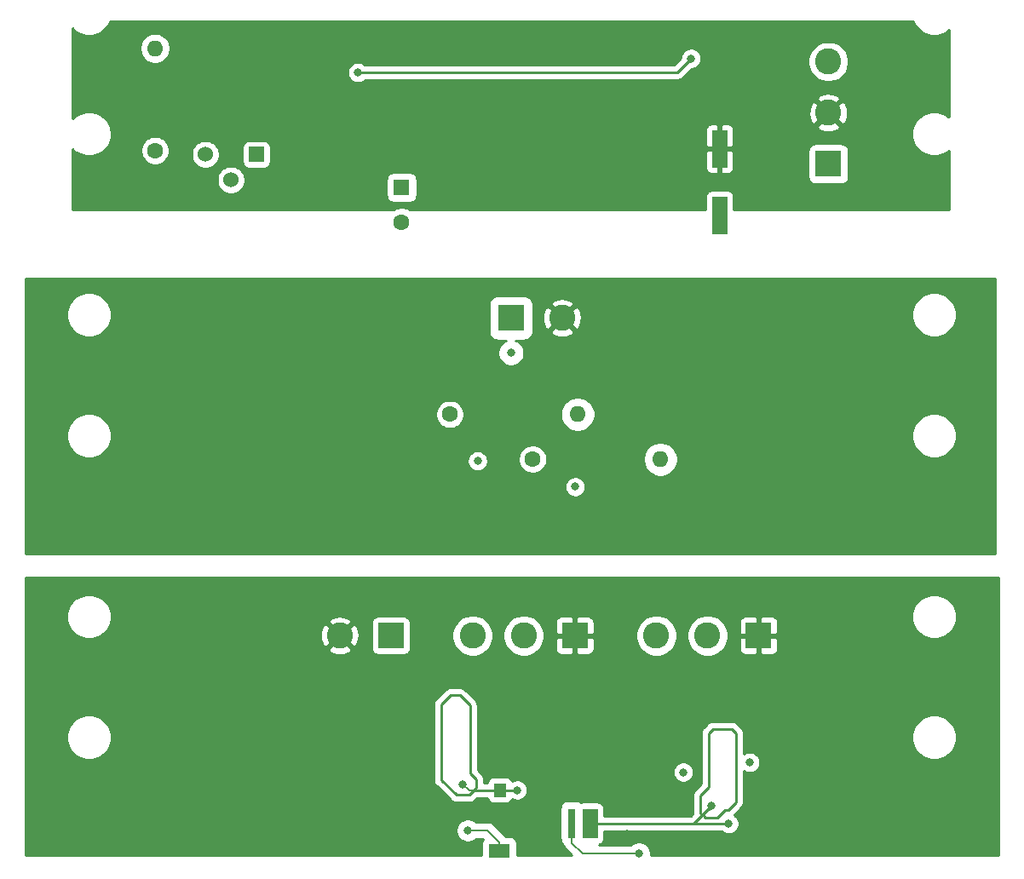
<source format=gbr>
G04 #@! TF.GenerationSoftware,KiCad,Pcbnew,(5.1.5)-3*
G04 #@! TF.CreationDate,2020-11-11T17:48:52-05:00*
G04 #@! TF.ProjectId,sensor_dmf_board,73656e73-6f72-45f6-946d-665f626f6172,rev?*
G04 #@! TF.SameCoordinates,Original*
G04 #@! TF.FileFunction,Copper,L4,Bot*
G04 #@! TF.FilePolarity,Positive*
%FSLAX46Y46*%
G04 Gerber Fmt 4.6, Leading zero omitted, Abs format (unit mm)*
G04 Created by KiCad (PCBNEW (5.1.5)-3) date 2020-11-11 17:48:52*
%MOMM*%
%LPD*%
G04 APERTURE LIST*
%ADD10O,1.600000X1.600000*%
%ADD11C,1.600000*%
%ADD12R,1.500000X3.000000*%
%ADD13R,0.800000X3.000000*%
%ADD14R,2.000000X1.400000*%
%ADD15R,1.200000X1.400000*%
%ADD16C,2.600000*%
%ADD17R,2.600000X2.600000*%
%ADD18R,1.524000X3.762000*%
%ADD19C,1.524000*%
%ADD20R,1.524000X1.524000*%
%ADD21R,1.600000X1.600000*%
%ADD22C,0.800000*%
%ADD23C,0.250000*%
%ADD24C,0.200000*%
%ADD25C,0.254000*%
G04 APERTURE END LIST*
D10*
X156580840Y-104894380D03*
D11*
X143880840Y-104894380D03*
D10*
X164807900Y-109357160D03*
D11*
X152107900Y-109357160D03*
D12*
X157805000Y-145550000D03*
D13*
X156005000Y-145550000D03*
D14*
X148789120Y-148299820D03*
D15*
X148845000Y-142245000D03*
D16*
X132938520Y-126880620D03*
D17*
X138018520Y-126880620D03*
D16*
X181493160Y-69840000D03*
X181493160Y-74920000D03*
D17*
X181493160Y-80000000D03*
D18*
X170693080Y-85102700D03*
X170693080Y-78498700D03*
D16*
X164401500Y-126880620D03*
X169481500Y-126880620D03*
D17*
X174561500Y-126880620D03*
D16*
X146130010Y-126880620D03*
X151210010Y-126880620D03*
D17*
X156290010Y-126880620D03*
D16*
X155036520Y-95313500D03*
D17*
X149956520Y-95313500D03*
D10*
X114571780Y-68498720D03*
D11*
X114571780Y-78658720D03*
D19*
X119573040Y-79054960D03*
X122113040Y-81594960D03*
D20*
X124653040Y-79054960D03*
D11*
X139087860Y-85829020D03*
D21*
X139087860Y-82329020D03*
D22*
X153423620Y-134048500D03*
X133771640Y-136631680D03*
X139438380Y-137843260D03*
X135077200Y-145760440D03*
X139578080Y-141526260D03*
X161785300Y-137261600D03*
X161297620Y-143123920D03*
X167566340Y-138694160D03*
X170025060Y-134226300D03*
X161518600Y-146593560D03*
X174871151Y-140201016D03*
X148493480Y-137439400D03*
X167076120Y-140467080D03*
X173690280Y-139491720D03*
X156333520Y-112083520D03*
X143951960Y-97424240D03*
X140967460Y-97449640D03*
X140190220Y-103405940D03*
X140190220Y-107304840D03*
X140088620Y-110637320D03*
X163982400Y-103713280D03*
X159931100Y-103713280D03*
X164063680Y-112892840D03*
X164063680Y-116989860D03*
X140131800Y-100281740D03*
X142788640Y-100230940D03*
X145420080Y-100256340D03*
X160042860Y-97424240D03*
X163433760Y-97373440D03*
X159893000Y-100383340D03*
X162979100Y-100332540D03*
X165788340Y-100256340D03*
X159842200Y-106380280D03*
X164015420Y-106507280D03*
X167457120Y-106354880D03*
X167647620Y-103581200D03*
X137337800Y-103395780D03*
X137337800Y-107378500D03*
X137213340Y-110802420D03*
X137213340Y-113540540D03*
X137149840Y-116964460D03*
X167383460Y-109573060D03*
X167330120Y-112996980D03*
X143309340Y-110690660D03*
X140180060Y-113586260D03*
X143390620Y-113629440D03*
X140202920Y-117073680D03*
X143537940Y-117094000D03*
X167330120Y-117180360D03*
X148727160Y-104983280D03*
X157276800Y-109413040D03*
X148165820Y-101765100D03*
X152458420Y-101765100D03*
X156720540Y-101765100D03*
X155031440Y-98595180D03*
X146638010Y-109518450D03*
X145669000Y-146258280D03*
X162674300Y-148539200D03*
X134744460Y-70904100D03*
X167853360Y-69522340D03*
X149941280Y-98783140D03*
X150573740Y-142245080D03*
X145181226Y-141646930D03*
X171597320Y-145580100D03*
X169887900Y-143830040D03*
D23*
X143810000Y-104965220D02*
X143880840Y-104894380D01*
D24*
X147637580Y-146258280D02*
X145669000Y-146258280D01*
X148789120Y-148299820D02*
X148789120Y-147409820D01*
X148789120Y-147409820D02*
X147637580Y-146258280D01*
X157039198Y-148539200D02*
X162674300Y-148539200D01*
X156000000Y-147500002D02*
X157039198Y-148539200D01*
X156005000Y-147495002D02*
X156005000Y-145550000D01*
X156000000Y-147500002D02*
X156005000Y-147495002D01*
D23*
X134744460Y-70904100D02*
X160822640Y-70904100D01*
X160822640Y-70904100D02*
X160825180Y-70901560D01*
X160822640Y-70904100D02*
X166471600Y-70904100D01*
X166471600Y-70904100D02*
X167853360Y-69522340D01*
D24*
X148801740Y-142288260D02*
X148840000Y-142250000D01*
X150568820Y-142250000D02*
X150573740Y-142245080D01*
X146415600Y-142250000D02*
X146331996Y-142250000D01*
X145784296Y-142250000D02*
X145181226Y-141646930D01*
X146301620Y-142250000D02*
X145784296Y-142250000D01*
X146415600Y-142250000D02*
X146301620Y-142250000D01*
D23*
X143007080Y-133715760D02*
X143007080Y-141226540D01*
X144863820Y-132796280D02*
X143926560Y-132796280D01*
X146491960Y-142031720D02*
X146491960Y-141170660D01*
X145790920Y-142732760D02*
X146491960Y-142031720D01*
X145874740Y-140553440D02*
X145874740Y-133807200D01*
X143926560Y-132796280D02*
X143007080Y-133715760D01*
X146491960Y-141170660D02*
X145874740Y-140553440D01*
X145874740Y-133807200D02*
X144863820Y-132796280D01*
X145790920Y-142732760D02*
X144528540Y-142732760D01*
X143022320Y-141226540D02*
X143007080Y-141226540D01*
X144528540Y-142732760D02*
X143022320Y-141226540D01*
X150573660Y-142245000D02*
X150573740Y-142245080D01*
X148845000Y-142245000D02*
X150573660Y-142245000D01*
X146420600Y-142245000D02*
X146415600Y-142250000D01*
X148845000Y-142245000D02*
X146420600Y-142245000D01*
X168084920Y-145600000D02*
X171577420Y-145600000D01*
X171577420Y-145600000D02*
X171597320Y-145580100D01*
X169560240Y-144124680D02*
X169593260Y-144124680D01*
X169593260Y-144124680D02*
X169887900Y-143830040D01*
X168946830Y-144738090D02*
X169560240Y-144124680D01*
X168084920Y-145600000D02*
X168946830Y-144738090D01*
X172308520Y-136583420D02*
X172308520Y-143436340D01*
X169999660Y-136164320D02*
X171889420Y-136164320D01*
X169583100Y-141942820D02*
X169583100Y-136580880D01*
X171889420Y-136164320D02*
X172308520Y-136583420D01*
X172308520Y-143436340D02*
X171531280Y-144213580D01*
X168765220Y-142760700D02*
X169583100Y-141942820D01*
X169583100Y-136580880D02*
X169999660Y-136164320D01*
X168765220Y-144523460D02*
X168765220Y-142760700D01*
X168946830Y-144705070D02*
X168765220Y-144523460D01*
X171531280Y-144213580D02*
X171190920Y-144213580D01*
X171190920Y-144213580D02*
X170431460Y-144973040D01*
X168946830Y-144738090D02*
X168946830Y-144705070D01*
X170431460Y-144973040D02*
X169306240Y-144973040D01*
X169306240Y-144973040D02*
X169110660Y-144777460D01*
X168034920Y-145550000D02*
X168084920Y-145600000D01*
X157805000Y-145550000D02*
X168034920Y-145550000D01*
D25*
G36*
X198053960Y-118745000D02*
G01*
X101719380Y-118745000D01*
X101719380Y-111981581D01*
X155298520Y-111981581D01*
X155298520Y-112185459D01*
X155338294Y-112385418D01*
X155416315Y-112573776D01*
X155529583Y-112743294D01*
X155673746Y-112887457D01*
X155843264Y-113000725D01*
X156031622Y-113078746D01*
X156231581Y-113118520D01*
X156435459Y-113118520D01*
X156635418Y-113078746D01*
X156823776Y-113000725D01*
X156993294Y-112887457D01*
X157137457Y-112743294D01*
X157250725Y-112573776D01*
X157328746Y-112385418D01*
X157368520Y-112185459D01*
X157368520Y-111981581D01*
X157328746Y-111781622D01*
X157250725Y-111593264D01*
X157137457Y-111423746D01*
X156993294Y-111279583D01*
X156823776Y-111166315D01*
X156635418Y-111088294D01*
X156435459Y-111048520D01*
X156231581Y-111048520D01*
X156031622Y-111088294D01*
X155843264Y-111166315D01*
X155673746Y-111279583D01*
X155529583Y-111423746D01*
X155416315Y-111593264D01*
X155338294Y-111781622D01*
X155298520Y-111981581D01*
X101719380Y-111981581D01*
X101719380Y-109416511D01*
X145603010Y-109416511D01*
X145603010Y-109620389D01*
X145642784Y-109820348D01*
X145720805Y-110008706D01*
X145834073Y-110178224D01*
X145978236Y-110322387D01*
X146147754Y-110435655D01*
X146336112Y-110513676D01*
X146536071Y-110553450D01*
X146739949Y-110553450D01*
X146939908Y-110513676D01*
X147128266Y-110435655D01*
X147297784Y-110322387D01*
X147441947Y-110178224D01*
X147555215Y-110008706D01*
X147633236Y-109820348D01*
X147673010Y-109620389D01*
X147673010Y-109416511D01*
X147633236Y-109216552D01*
X147632935Y-109215825D01*
X150672900Y-109215825D01*
X150672900Y-109498495D01*
X150728047Y-109775734D01*
X150836220Y-110036887D01*
X150993263Y-110271919D01*
X151193141Y-110471797D01*
X151428173Y-110628840D01*
X151689326Y-110737013D01*
X151966565Y-110792160D01*
X152249235Y-110792160D01*
X152526474Y-110737013D01*
X152787627Y-110628840D01*
X153022659Y-110471797D01*
X153222537Y-110271919D01*
X153379580Y-110036887D01*
X153487753Y-109775734D01*
X153542900Y-109498495D01*
X153542900Y-109215825D01*
X153537180Y-109187065D01*
X163080900Y-109187065D01*
X163080900Y-109527255D01*
X163147268Y-109860907D01*
X163277453Y-110175201D01*
X163466452Y-110458058D01*
X163707002Y-110698608D01*
X163989859Y-110887607D01*
X164304153Y-111017792D01*
X164637805Y-111084160D01*
X164977995Y-111084160D01*
X165311647Y-111017792D01*
X165625941Y-110887607D01*
X165908798Y-110698608D01*
X166149348Y-110458058D01*
X166338347Y-110175201D01*
X166468532Y-109860907D01*
X166534900Y-109527255D01*
X166534900Y-109187065D01*
X166468532Y-108853413D01*
X166338347Y-108539119D01*
X166149348Y-108256262D01*
X165908798Y-108015712D01*
X165625941Y-107826713D01*
X165311647Y-107696528D01*
X164977995Y-107630160D01*
X164637805Y-107630160D01*
X164304153Y-107696528D01*
X163989859Y-107826713D01*
X163707002Y-108015712D01*
X163466452Y-108256262D01*
X163277453Y-108539119D01*
X163147268Y-108853413D01*
X163080900Y-109187065D01*
X153537180Y-109187065D01*
X153487753Y-108938586D01*
X153379580Y-108677433D01*
X153222537Y-108442401D01*
X153022659Y-108242523D01*
X152787627Y-108085480D01*
X152526474Y-107977307D01*
X152249235Y-107922160D01*
X151966565Y-107922160D01*
X151689326Y-107977307D01*
X151428173Y-108085480D01*
X151193141Y-108242523D01*
X150993263Y-108442401D01*
X150836220Y-108677433D01*
X150728047Y-108938586D01*
X150672900Y-109215825D01*
X147632935Y-109215825D01*
X147555215Y-109028194D01*
X147441947Y-108858676D01*
X147297784Y-108714513D01*
X147128266Y-108601245D01*
X146939908Y-108523224D01*
X146739949Y-108483450D01*
X146536071Y-108483450D01*
X146336112Y-108523224D01*
X146147754Y-108601245D01*
X145978236Y-108714513D01*
X145834073Y-108858676D01*
X145720805Y-109028194D01*
X145642784Y-109216552D01*
X145603010Y-109416511D01*
X101719380Y-109416511D01*
X101719380Y-106779872D01*
X105765000Y-106779872D01*
X105765000Y-107220128D01*
X105850890Y-107651925D01*
X106019369Y-108058669D01*
X106263962Y-108424729D01*
X106575271Y-108736038D01*
X106941331Y-108980631D01*
X107348075Y-109149110D01*
X107779872Y-109235000D01*
X108220128Y-109235000D01*
X108651925Y-109149110D01*
X109058669Y-108980631D01*
X109424729Y-108736038D01*
X109736038Y-108424729D01*
X109980631Y-108058669D01*
X110149110Y-107651925D01*
X110235000Y-107220128D01*
X110235000Y-106779872D01*
X189765000Y-106779872D01*
X189765000Y-107220128D01*
X189850890Y-107651925D01*
X190019369Y-108058669D01*
X190263962Y-108424729D01*
X190575271Y-108736038D01*
X190941331Y-108980631D01*
X191348075Y-109149110D01*
X191779872Y-109235000D01*
X192220128Y-109235000D01*
X192651925Y-109149110D01*
X193058669Y-108980631D01*
X193424729Y-108736038D01*
X193736038Y-108424729D01*
X193980631Y-108058669D01*
X194149110Y-107651925D01*
X194235000Y-107220128D01*
X194235000Y-106779872D01*
X194149110Y-106348075D01*
X193980631Y-105941331D01*
X193736038Y-105575271D01*
X193424729Y-105263962D01*
X193058669Y-105019369D01*
X192651925Y-104850890D01*
X192220128Y-104765000D01*
X191779872Y-104765000D01*
X191348075Y-104850890D01*
X190941331Y-105019369D01*
X190575271Y-105263962D01*
X190263962Y-105575271D01*
X190019369Y-105941331D01*
X189850890Y-106348075D01*
X189765000Y-106779872D01*
X110235000Y-106779872D01*
X110149110Y-106348075D01*
X109980631Y-105941331D01*
X109736038Y-105575271D01*
X109424729Y-105263962D01*
X109058669Y-105019369D01*
X108651925Y-104850890D01*
X108220128Y-104765000D01*
X107779872Y-104765000D01*
X107348075Y-104850890D01*
X106941331Y-105019369D01*
X106575271Y-105263962D01*
X106263962Y-105575271D01*
X106019369Y-105941331D01*
X105850890Y-106348075D01*
X105765000Y-106779872D01*
X101719380Y-106779872D01*
X101719380Y-104753045D01*
X142445840Y-104753045D01*
X142445840Y-105035715D01*
X142500987Y-105312954D01*
X142609160Y-105574107D01*
X142766203Y-105809139D01*
X142966081Y-106009017D01*
X143201113Y-106166060D01*
X143462266Y-106274233D01*
X143739505Y-106329380D01*
X144022175Y-106329380D01*
X144299414Y-106274233D01*
X144560567Y-106166060D01*
X144795599Y-106009017D01*
X144995477Y-105809139D01*
X145152520Y-105574107D01*
X145260693Y-105312954D01*
X145315840Y-105035715D01*
X145315840Y-104753045D01*
X145310120Y-104724285D01*
X154853840Y-104724285D01*
X154853840Y-105064475D01*
X154920208Y-105398127D01*
X155050393Y-105712421D01*
X155239392Y-105995278D01*
X155479942Y-106235828D01*
X155762799Y-106424827D01*
X156077093Y-106555012D01*
X156410745Y-106621380D01*
X156750935Y-106621380D01*
X157084587Y-106555012D01*
X157398881Y-106424827D01*
X157681738Y-106235828D01*
X157922288Y-105995278D01*
X158111287Y-105712421D01*
X158241472Y-105398127D01*
X158307840Y-105064475D01*
X158307840Y-104724285D01*
X158241472Y-104390633D01*
X158111287Y-104076339D01*
X157922288Y-103793482D01*
X157681738Y-103552932D01*
X157398881Y-103363933D01*
X157084587Y-103233748D01*
X156750935Y-103167380D01*
X156410745Y-103167380D01*
X156077093Y-103233748D01*
X155762799Y-103363933D01*
X155479942Y-103552932D01*
X155239392Y-103793482D01*
X155050393Y-104076339D01*
X154920208Y-104390633D01*
X154853840Y-104724285D01*
X145310120Y-104724285D01*
X145260693Y-104475806D01*
X145152520Y-104214653D01*
X144995477Y-103979621D01*
X144795599Y-103779743D01*
X144560567Y-103622700D01*
X144299414Y-103514527D01*
X144022175Y-103459380D01*
X143739505Y-103459380D01*
X143462266Y-103514527D01*
X143201113Y-103622700D01*
X142966081Y-103779743D01*
X142766203Y-103979621D01*
X142609160Y-104214653D01*
X142500987Y-104475806D01*
X142445840Y-104753045D01*
X101719380Y-104753045D01*
X101719380Y-94779872D01*
X105765000Y-94779872D01*
X105765000Y-95220128D01*
X105850890Y-95651925D01*
X106019369Y-96058669D01*
X106263962Y-96424729D01*
X106575271Y-96736038D01*
X106941331Y-96980631D01*
X107348075Y-97149110D01*
X107779872Y-97235000D01*
X108220128Y-97235000D01*
X108651925Y-97149110D01*
X109058669Y-96980631D01*
X109424729Y-96736038D01*
X109736038Y-96424729D01*
X109980631Y-96058669D01*
X110149110Y-95651925D01*
X110235000Y-95220128D01*
X110235000Y-94779872D01*
X110149110Y-94348075D01*
X110010525Y-94013500D01*
X147725035Y-94013500D01*
X147725035Y-96613500D01*
X147742933Y-96795224D01*
X147795940Y-96969964D01*
X147882019Y-97131005D01*
X147997861Y-97272159D01*
X148139015Y-97388001D01*
X148300056Y-97474080D01*
X148474796Y-97527087D01*
X148656520Y-97544985D01*
X149462833Y-97544985D01*
X149312710Y-97607168D01*
X149095367Y-97752392D01*
X148910532Y-97937227D01*
X148765308Y-98154570D01*
X148665276Y-98396068D01*
X148614280Y-98652442D01*
X148614280Y-98913838D01*
X148665276Y-99170212D01*
X148765308Y-99411710D01*
X148910532Y-99629053D01*
X149095367Y-99813888D01*
X149312710Y-99959112D01*
X149554208Y-100059144D01*
X149810582Y-100110140D01*
X150071978Y-100110140D01*
X150328352Y-100059144D01*
X150569850Y-99959112D01*
X150787193Y-99813888D01*
X150972028Y-99629053D01*
X151117252Y-99411710D01*
X151217284Y-99170212D01*
X151268280Y-98913838D01*
X151268280Y-98652442D01*
X151217284Y-98396068D01*
X151117252Y-98154570D01*
X150972028Y-97937227D01*
X150787193Y-97752392D01*
X150569850Y-97607168D01*
X150419727Y-97544985D01*
X151256520Y-97544985D01*
X151438244Y-97527087D01*
X151612984Y-97474080D01*
X151774025Y-97388001D01*
X151915179Y-97272159D01*
X152031021Y-97131005D01*
X152117100Y-96969964D01*
X152170107Y-96795224D01*
X152183156Y-96662724D01*
X153866901Y-96662724D01*
X153998837Y-96957812D01*
X154339565Y-97128659D01*
X154707077Y-97229750D01*
X155087249Y-97257201D01*
X155465471Y-97209957D01*
X155827210Y-97089833D01*
X156074203Y-96957812D01*
X156206139Y-96662724D01*
X155036520Y-95493105D01*
X153866901Y-96662724D01*
X152183156Y-96662724D01*
X152188005Y-96613500D01*
X152188005Y-95364229D01*
X153092819Y-95364229D01*
X153140063Y-95742451D01*
X153260187Y-96104190D01*
X153392208Y-96351183D01*
X153687296Y-96483119D01*
X154856915Y-95313500D01*
X155216125Y-95313500D01*
X156385744Y-96483119D01*
X156680832Y-96351183D01*
X156851679Y-96010455D01*
X156952770Y-95642943D01*
X156980221Y-95262771D01*
X156932977Y-94884549D01*
X156898217Y-94779872D01*
X189765000Y-94779872D01*
X189765000Y-95220128D01*
X189850890Y-95651925D01*
X190019369Y-96058669D01*
X190263962Y-96424729D01*
X190575271Y-96736038D01*
X190941331Y-96980631D01*
X191348075Y-97149110D01*
X191779872Y-97235000D01*
X192220128Y-97235000D01*
X192651925Y-97149110D01*
X193058669Y-96980631D01*
X193424729Y-96736038D01*
X193736038Y-96424729D01*
X193980631Y-96058669D01*
X194149110Y-95651925D01*
X194235000Y-95220128D01*
X194235000Y-94779872D01*
X194149110Y-94348075D01*
X193980631Y-93941331D01*
X193736038Y-93575271D01*
X193424729Y-93263962D01*
X193058669Y-93019369D01*
X192651925Y-92850890D01*
X192220128Y-92765000D01*
X191779872Y-92765000D01*
X191348075Y-92850890D01*
X190941331Y-93019369D01*
X190575271Y-93263962D01*
X190263962Y-93575271D01*
X190019369Y-93941331D01*
X189850890Y-94348075D01*
X189765000Y-94779872D01*
X156898217Y-94779872D01*
X156812853Y-94522810D01*
X156680832Y-94275817D01*
X156385744Y-94143881D01*
X155216125Y-95313500D01*
X154856915Y-95313500D01*
X153687296Y-94143881D01*
X153392208Y-94275817D01*
X153221361Y-94616545D01*
X153120270Y-94984057D01*
X153092819Y-95364229D01*
X152188005Y-95364229D01*
X152188005Y-94013500D01*
X152183157Y-93964276D01*
X153866901Y-93964276D01*
X155036520Y-95133895D01*
X156206139Y-93964276D01*
X156074203Y-93669188D01*
X155733475Y-93498341D01*
X155365963Y-93397250D01*
X154985791Y-93369799D01*
X154607569Y-93417043D01*
X154245830Y-93537167D01*
X153998837Y-93669188D01*
X153866901Y-93964276D01*
X152183157Y-93964276D01*
X152170107Y-93831776D01*
X152117100Y-93657036D01*
X152031021Y-93495995D01*
X151915179Y-93354841D01*
X151774025Y-93238999D01*
X151612984Y-93152920D01*
X151438244Y-93099913D01*
X151256520Y-93082015D01*
X148656520Y-93082015D01*
X148474796Y-93099913D01*
X148300056Y-93152920D01*
X148139015Y-93238999D01*
X147997861Y-93354841D01*
X147882019Y-93495995D01*
X147795940Y-93657036D01*
X147742933Y-93831776D01*
X147725035Y-94013500D01*
X110010525Y-94013500D01*
X109980631Y-93941331D01*
X109736038Y-93575271D01*
X109424729Y-93263962D01*
X109058669Y-93019369D01*
X108651925Y-92850890D01*
X108220128Y-92765000D01*
X107779872Y-92765000D01*
X107348075Y-92850890D01*
X106941331Y-93019369D01*
X106575271Y-93263962D01*
X106263962Y-93575271D01*
X106019369Y-93941331D01*
X105850890Y-94348075D01*
X105765000Y-94779872D01*
X101719380Y-94779872D01*
X101719380Y-91432380D01*
X198053960Y-91432380D01*
X198053960Y-118745000D01*
G37*
X198053960Y-118745000D02*
X101719380Y-118745000D01*
X101719380Y-111981581D01*
X155298520Y-111981581D01*
X155298520Y-112185459D01*
X155338294Y-112385418D01*
X155416315Y-112573776D01*
X155529583Y-112743294D01*
X155673746Y-112887457D01*
X155843264Y-113000725D01*
X156031622Y-113078746D01*
X156231581Y-113118520D01*
X156435459Y-113118520D01*
X156635418Y-113078746D01*
X156823776Y-113000725D01*
X156993294Y-112887457D01*
X157137457Y-112743294D01*
X157250725Y-112573776D01*
X157328746Y-112385418D01*
X157368520Y-112185459D01*
X157368520Y-111981581D01*
X157328746Y-111781622D01*
X157250725Y-111593264D01*
X157137457Y-111423746D01*
X156993294Y-111279583D01*
X156823776Y-111166315D01*
X156635418Y-111088294D01*
X156435459Y-111048520D01*
X156231581Y-111048520D01*
X156031622Y-111088294D01*
X155843264Y-111166315D01*
X155673746Y-111279583D01*
X155529583Y-111423746D01*
X155416315Y-111593264D01*
X155338294Y-111781622D01*
X155298520Y-111981581D01*
X101719380Y-111981581D01*
X101719380Y-109416511D01*
X145603010Y-109416511D01*
X145603010Y-109620389D01*
X145642784Y-109820348D01*
X145720805Y-110008706D01*
X145834073Y-110178224D01*
X145978236Y-110322387D01*
X146147754Y-110435655D01*
X146336112Y-110513676D01*
X146536071Y-110553450D01*
X146739949Y-110553450D01*
X146939908Y-110513676D01*
X147128266Y-110435655D01*
X147297784Y-110322387D01*
X147441947Y-110178224D01*
X147555215Y-110008706D01*
X147633236Y-109820348D01*
X147673010Y-109620389D01*
X147673010Y-109416511D01*
X147633236Y-109216552D01*
X147632935Y-109215825D01*
X150672900Y-109215825D01*
X150672900Y-109498495D01*
X150728047Y-109775734D01*
X150836220Y-110036887D01*
X150993263Y-110271919D01*
X151193141Y-110471797D01*
X151428173Y-110628840D01*
X151689326Y-110737013D01*
X151966565Y-110792160D01*
X152249235Y-110792160D01*
X152526474Y-110737013D01*
X152787627Y-110628840D01*
X153022659Y-110471797D01*
X153222537Y-110271919D01*
X153379580Y-110036887D01*
X153487753Y-109775734D01*
X153542900Y-109498495D01*
X153542900Y-109215825D01*
X153537180Y-109187065D01*
X163080900Y-109187065D01*
X163080900Y-109527255D01*
X163147268Y-109860907D01*
X163277453Y-110175201D01*
X163466452Y-110458058D01*
X163707002Y-110698608D01*
X163989859Y-110887607D01*
X164304153Y-111017792D01*
X164637805Y-111084160D01*
X164977995Y-111084160D01*
X165311647Y-111017792D01*
X165625941Y-110887607D01*
X165908798Y-110698608D01*
X166149348Y-110458058D01*
X166338347Y-110175201D01*
X166468532Y-109860907D01*
X166534900Y-109527255D01*
X166534900Y-109187065D01*
X166468532Y-108853413D01*
X166338347Y-108539119D01*
X166149348Y-108256262D01*
X165908798Y-108015712D01*
X165625941Y-107826713D01*
X165311647Y-107696528D01*
X164977995Y-107630160D01*
X164637805Y-107630160D01*
X164304153Y-107696528D01*
X163989859Y-107826713D01*
X163707002Y-108015712D01*
X163466452Y-108256262D01*
X163277453Y-108539119D01*
X163147268Y-108853413D01*
X163080900Y-109187065D01*
X153537180Y-109187065D01*
X153487753Y-108938586D01*
X153379580Y-108677433D01*
X153222537Y-108442401D01*
X153022659Y-108242523D01*
X152787627Y-108085480D01*
X152526474Y-107977307D01*
X152249235Y-107922160D01*
X151966565Y-107922160D01*
X151689326Y-107977307D01*
X151428173Y-108085480D01*
X151193141Y-108242523D01*
X150993263Y-108442401D01*
X150836220Y-108677433D01*
X150728047Y-108938586D01*
X150672900Y-109215825D01*
X147632935Y-109215825D01*
X147555215Y-109028194D01*
X147441947Y-108858676D01*
X147297784Y-108714513D01*
X147128266Y-108601245D01*
X146939908Y-108523224D01*
X146739949Y-108483450D01*
X146536071Y-108483450D01*
X146336112Y-108523224D01*
X146147754Y-108601245D01*
X145978236Y-108714513D01*
X145834073Y-108858676D01*
X145720805Y-109028194D01*
X145642784Y-109216552D01*
X145603010Y-109416511D01*
X101719380Y-109416511D01*
X101719380Y-106779872D01*
X105765000Y-106779872D01*
X105765000Y-107220128D01*
X105850890Y-107651925D01*
X106019369Y-108058669D01*
X106263962Y-108424729D01*
X106575271Y-108736038D01*
X106941331Y-108980631D01*
X107348075Y-109149110D01*
X107779872Y-109235000D01*
X108220128Y-109235000D01*
X108651925Y-109149110D01*
X109058669Y-108980631D01*
X109424729Y-108736038D01*
X109736038Y-108424729D01*
X109980631Y-108058669D01*
X110149110Y-107651925D01*
X110235000Y-107220128D01*
X110235000Y-106779872D01*
X189765000Y-106779872D01*
X189765000Y-107220128D01*
X189850890Y-107651925D01*
X190019369Y-108058669D01*
X190263962Y-108424729D01*
X190575271Y-108736038D01*
X190941331Y-108980631D01*
X191348075Y-109149110D01*
X191779872Y-109235000D01*
X192220128Y-109235000D01*
X192651925Y-109149110D01*
X193058669Y-108980631D01*
X193424729Y-108736038D01*
X193736038Y-108424729D01*
X193980631Y-108058669D01*
X194149110Y-107651925D01*
X194235000Y-107220128D01*
X194235000Y-106779872D01*
X194149110Y-106348075D01*
X193980631Y-105941331D01*
X193736038Y-105575271D01*
X193424729Y-105263962D01*
X193058669Y-105019369D01*
X192651925Y-104850890D01*
X192220128Y-104765000D01*
X191779872Y-104765000D01*
X191348075Y-104850890D01*
X190941331Y-105019369D01*
X190575271Y-105263962D01*
X190263962Y-105575271D01*
X190019369Y-105941331D01*
X189850890Y-106348075D01*
X189765000Y-106779872D01*
X110235000Y-106779872D01*
X110149110Y-106348075D01*
X109980631Y-105941331D01*
X109736038Y-105575271D01*
X109424729Y-105263962D01*
X109058669Y-105019369D01*
X108651925Y-104850890D01*
X108220128Y-104765000D01*
X107779872Y-104765000D01*
X107348075Y-104850890D01*
X106941331Y-105019369D01*
X106575271Y-105263962D01*
X106263962Y-105575271D01*
X106019369Y-105941331D01*
X105850890Y-106348075D01*
X105765000Y-106779872D01*
X101719380Y-106779872D01*
X101719380Y-104753045D01*
X142445840Y-104753045D01*
X142445840Y-105035715D01*
X142500987Y-105312954D01*
X142609160Y-105574107D01*
X142766203Y-105809139D01*
X142966081Y-106009017D01*
X143201113Y-106166060D01*
X143462266Y-106274233D01*
X143739505Y-106329380D01*
X144022175Y-106329380D01*
X144299414Y-106274233D01*
X144560567Y-106166060D01*
X144795599Y-106009017D01*
X144995477Y-105809139D01*
X145152520Y-105574107D01*
X145260693Y-105312954D01*
X145315840Y-105035715D01*
X145315840Y-104753045D01*
X145310120Y-104724285D01*
X154853840Y-104724285D01*
X154853840Y-105064475D01*
X154920208Y-105398127D01*
X155050393Y-105712421D01*
X155239392Y-105995278D01*
X155479942Y-106235828D01*
X155762799Y-106424827D01*
X156077093Y-106555012D01*
X156410745Y-106621380D01*
X156750935Y-106621380D01*
X157084587Y-106555012D01*
X157398881Y-106424827D01*
X157681738Y-106235828D01*
X157922288Y-105995278D01*
X158111287Y-105712421D01*
X158241472Y-105398127D01*
X158307840Y-105064475D01*
X158307840Y-104724285D01*
X158241472Y-104390633D01*
X158111287Y-104076339D01*
X157922288Y-103793482D01*
X157681738Y-103552932D01*
X157398881Y-103363933D01*
X157084587Y-103233748D01*
X156750935Y-103167380D01*
X156410745Y-103167380D01*
X156077093Y-103233748D01*
X155762799Y-103363933D01*
X155479942Y-103552932D01*
X155239392Y-103793482D01*
X155050393Y-104076339D01*
X154920208Y-104390633D01*
X154853840Y-104724285D01*
X145310120Y-104724285D01*
X145260693Y-104475806D01*
X145152520Y-104214653D01*
X144995477Y-103979621D01*
X144795599Y-103779743D01*
X144560567Y-103622700D01*
X144299414Y-103514527D01*
X144022175Y-103459380D01*
X143739505Y-103459380D01*
X143462266Y-103514527D01*
X143201113Y-103622700D01*
X142966081Y-103779743D01*
X142766203Y-103979621D01*
X142609160Y-104214653D01*
X142500987Y-104475806D01*
X142445840Y-104753045D01*
X101719380Y-104753045D01*
X101719380Y-94779872D01*
X105765000Y-94779872D01*
X105765000Y-95220128D01*
X105850890Y-95651925D01*
X106019369Y-96058669D01*
X106263962Y-96424729D01*
X106575271Y-96736038D01*
X106941331Y-96980631D01*
X107348075Y-97149110D01*
X107779872Y-97235000D01*
X108220128Y-97235000D01*
X108651925Y-97149110D01*
X109058669Y-96980631D01*
X109424729Y-96736038D01*
X109736038Y-96424729D01*
X109980631Y-96058669D01*
X110149110Y-95651925D01*
X110235000Y-95220128D01*
X110235000Y-94779872D01*
X110149110Y-94348075D01*
X110010525Y-94013500D01*
X147725035Y-94013500D01*
X147725035Y-96613500D01*
X147742933Y-96795224D01*
X147795940Y-96969964D01*
X147882019Y-97131005D01*
X147997861Y-97272159D01*
X148139015Y-97388001D01*
X148300056Y-97474080D01*
X148474796Y-97527087D01*
X148656520Y-97544985D01*
X149462833Y-97544985D01*
X149312710Y-97607168D01*
X149095367Y-97752392D01*
X148910532Y-97937227D01*
X148765308Y-98154570D01*
X148665276Y-98396068D01*
X148614280Y-98652442D01*
X148614280Y-98913838D01*
X148665276Y-99170212D01*
X148765308Y-99411710D01*
X148910532Y-99629053D01*
X149095367Y-99813888D01*
X149312710Y-99959112D01*
X149554208Y-100059144D01*
X149810582Y-100110140D01*
X150071978Y-100110140D01*
X150328352Y-100059144D01*
X150569850Y-99959112D01*
X150787193Y-99813888D01*
X150972028Y-99629053D01*
X151117252Y-99411710D01*
X151217284Y-99170212D01*
X151268280Y-98913838D01*
X151268280Y-98652442D01*
X151217284Y-98396068D01*
X151117252Y-98154570D01*
X150972028Y-97937227D01*
X150787193Y-97752392D01*
X150569850Y-97607168D01*
X150419727Y-97544985D01*
X151256520Y-97544985D01*
X151438244Y-97527087D01*
X151612984Y-97474080D01*
X151774025Y-97388001D01*
X151915179Y-97272159D01*
X152031021Y-97131005D01*
X152117100Y-96969964D01*
X152170107Y-96795224D01*
X152183156Y-96662724D01*
X153866901Y-96662724D01*
X153998837Y-96957812D01*
X154339565Y-97128659D01*
X154707077Y-97229750D01*
X155087249Y-97257201D01*
X155465471Y-97209957D01*
X155827210Y-97089833D01*
X156074203Y-96957812D01*
X156206139Y-96662724D01*
X155036520Y-95493105D01*
X153866901Y-96662724D01*
X152183156Y-96662724D01*
X152188005Y-96613500D01*
X152188005Y-95364229D01*
X153092819Y-95364229D01*
X153140063Y-95742451D01*
X153260187Y-96104190D01*
X153392208Y-96351183D01*
X153687296Y-96483119D01*
X154856915Y-95313500D01*
X155216125Y-95313500D01*
X156385744Y-96483119D01*
X156680832Y-96351183D01*
X156851679Y-96010455D01*
X156952770Y-95642943D01*
X156980221Y-95262771D01*
X156932977Y-94884549D01*
X156898217Y-94779872D01*
X189765000Y-94779872D01*
X189765000Y-95220128D01*
X189850890Y-95651925D01*
X190019369Y-96058669D01*
X190263962Y-96424729D01*
X190575271Y-96736038D01*
X190941331Y-96980631D01*
X191348075Y-97149110D01*
X191779872Y-97235000D01*
X192220128Y-97235000D01*
X192651925Y-97149110D01*
X193058669Y-96980631D01*
X193424729Y-96736038D01*
X193736038Y-96424729D01*
X193980631Y-96058669D01*
X194149110Y-95651925D01*
X194235000Y-95220128D01*
X194235000Y-94779872D01*
X194149110Y-94348075D01*
X193980631Y-93941331D01*
X193736038Y-93575271D01*
X193424729Y-93263962D01*
X193058669Y-93019369D01*
X192651925Y-92850890D01*
X192220128Y-92765000D01*
X191779872Y-92765000D01*
X191348075Y-92850890D01*
X190941331Y-93019369D01*
X190575271Y-93263962D01*
X190263962Y-93575271D01*
X190019369Y-93941331D01*
X189850890Y-94348075D01*
X189765000Y-94779872D01*
X156898217Y-94779872D01*
X156812853Y-94522810D01*
X156680832Y-94275817D01*
X156385744Y-94143881D01*
X155216125Y-95313500D01*
X154856915Y-95313500D01*
X153687296Y-94143881D01*
X153392208Y-94275817D01*
X153221361Y-94616545D01*
X153120270Y-94984057D01*
X153092819Y-95364229D01*
X152188005Y-95364229D01*
X152188005Y-94013500D01*
X152183157Y-93964276D01*
X153866901Y-93964276D01*
X155036520Y-95133895D01*
X156206139Y-93964276D01*
X156074203Y-93669188D01*
X155733475Y-93498341D01*
X155365963Y-93397250D01*
X154985791Y-93369799D01*
X154607569Y-93417043D01*
X154245830Y-93537167D01*
X153998837Y-93669188D01*
X153866901Y-93964276D01*
X152183157Y-93964276D01*
X152170107Y-93831776D01*
X152117100Y-93657036D01*
X152031021Y-93495995D01*
X151915179Y-93354841D01*
X151774025Y-93238999D01*
X151612984Y-93152920D01*
X151438244Y-93099913D01*
X151256520Y-93082015D01*
X148656520Y-93082015D01*
X148474796Y-93099913D01*
X148300056Y-93152920D01*
X148139015Y-93238999D01*
X147997861Y-93354841D01*
X147882019Y-93495995D01*
X147795940Y-93657036D01*
X147742933Y-93831776D01*
X147725035Y-94013500D01*
X110010525Y-94013500D01*
X109980631Y-93941331D01*
X109736038Y-93575271D01*
X109424729Y-93263962D01*
X109058669Y-93019369D01*
X108651925Y-92850890D01*
X108220128Y-92765000D01*
X107779872Y-92765000D01*
X107348075Y-92850890D01*
X106941331Y-93019369D01*
X106575271Y-93263962D01*
X106263962Y-93575271D01*
X106019369Y-93941331D01*
X105850890Y-94348075D01*
X105765000Y-94779872D01*
X101719380Y-94779872D01*
X101719380Y-91432380D01*
X198053960Y-91432380D01*
X198053960Y-118745000D01*
G36*
X190019369Y-66058669D02*
G01*
X190263962Y-66424729D01*
X190575271Y-66736038D01*
X190941331Y-66980631D01*
X191348075Y-67149110D01*
X191779872Y-67235000D01*
X192220128Y-67235000D01*
X192651925Y-67149110D01*
X193058669Y-66980631D01*
X193424729Y-66736038D01*
X193499740Y-66661027D01*
X193499740Y-75338973D01*
X193424729Y-75263962D01*
X193058669Y-75019369D01*
X192651925Y-74850890D01*
X192220128Y-74765000D01*
X191779872Y-74765000D01*
X191348075Y-74850890D01*
X190941331Y-75019369D01*
X190575271Y-75263962D01*
X190263962Y-75575271D01*
X190019369Y-75941331D01*
X189850890Y-76348075D01*
X189765000Y-76779872D01*
X189765000Y-77220128D01*
X189850890Y-77651925D01*
X190019369Y-78058669D01*
X190263962Y-78424729D01*
X190575271Y-78736038D01*
X190941331Y-78980631D01*
X191348075Y-79149110D01*
X191779872Y-79235000D01*
X192220128Y-79235000D01*
X192651925Y-79149110D01*
X193058669Y-78980631D01*
X193424729Y-78736038D01*
X193499740Y-78661027D01*
X193499740Y-84543900D01*
X172093152Y-84543900D01*
X172093152Y-83221700D01*
X172080892Y-83097218D01*
X172044582Y-82977520D01*
X171985617Y-82867206D01*
X171906265Y-82770515D01*
X171809574Y-82691163D01*
X171699260Y-82632198D01*
X171579562Y-82595888D01*
X171455080Y-82583628D01*
X169931080Y-82583628D01*
X169806598Y-82595888D01*
X169686900Y-82632198D01*
X169576586Y-82691163D01*
X169479895Y-82770515D01*
X169400543Y-82867206D01*
X169341578Y-82977520D01*
X169305268Y-83097218D01*
X169293008Y-83221700D01*
X169293008Y-84543900D01*
X139913070Y-84543900D01*
X139811166Y-84475810D01*
X139533270Y-84360701D01*
X139238256Y-84302020D01*
X138937464Y-84302020D01*
X138642450Y-84360701D01*
X138364554Y-84475810D01*
X138262650Y-84543900D01*
X106349800Y-84543900D01*
X106349800Y-81457368D01*
X120716040Y-81457368D01*
X120716040Y-81732552D01*
X120769726Y-82002450D01*
X120875035Y-82256687D01*
X121027920Y-82485495D01*
X121222505Y-82680080D01*
X121451313Y-82832965D01*
X121705550Y-82938274D01*
X121975448Y-82991960D01*
X122250632Y-82991960D01*
X122520530Y-82938274D01*
X122774767Y-82832965D01*
X123003575Y-82680080D01*
X123198160Y-82485495D01*
X123351045Y-82256687D01*
X123456354Y-82002450D01*
X123510040Y-81732552D01*
X123510040Y-81529020D01*
X137557343Y-81529020D01*
X137557343Y-83129020D01*
X137571380Y-83271537D01*
X137612950Y-83408577D01*
X137680457Y-83534873D01*
X137771306Y-83645574D01*
X137882007Y-83736423D01*
X138008303Y-83803930D01*
X138145343Y-83845500D01*
X138287860Y-83859537D01*
X139887860Y-83859537D01*
X140030377Y-83845500D01*
X140167417Y-83803930D01*
X140293713Y-83736423D01*
X140404414Y-83645574D01*
X140495263Y-83534873D01*
X140562770Y-83408577D01*
X140604340Y-83271537D01*
X140618377Y-83129020D01*
X140618377Y-81529020D01*
X140604340Y-81386503D01*
X140562770Y-81249463D01*
X140495263Y-81123167D01*
X140404414Y-81012466D01*
X140293713Y-80921617D01*
X140167417Y-80854110D01*
X140030377Y-80812540D01*
X139887860Y-80798503D01*
X138287860Y-80798503D01*
X138145343Y-80812540D01*
X138008303Y-80854110D01*
X137882007Y-80921617D01*
X137771306Y-81012466D01*
X137680457Y-81123167D01*
X137612950Y-81249463D01*
X137571380Y-81386503D01*
X137557343Y-81529020D01*
X123510040Y-81529020D01*
X123510040Y-81457368D01*
X123456354Y-81187470D01*
X123351045Y-80933233D01*
X123198160Y-80704425D01*
X123003575Y-80509840D01*
X122774767Y-80356955D01*
X122520530Y-80251646D01*
X122250632Y-80197960D01*
X121975448Y-80197960D01*
X121705550Y-80251646D01*
X121451313Y-80356955D01*
X121222505Y-80509840D01*
X121027920Y-80704425D01*
X120875035Y-80933233D01*
X120769726Y-81187470D01*
X120716040Y-81457368D01*
X106349800Y-81457368D01*
X106349800Y-78510567D01*
X106575271Y-78736038D01*
X106941331Y-78980631D01*
X107348075Y-79149110D01*
X107779872Y-79235000D01*
X108220128Y-79235000D01*
X108651925Y-79149110D01*
X109058669Y-78980631D01*
X109424729Y-78736038D01*
X109643382Y-78517385D01*
X113136780Y-78517385D01*
X113136780Y-78800055D01*
X113191927Y-79077294D01*
X113300100Y-79338447D01*
X113457143Y-79573479D01*
X113657021Y-79773357D01*
X113892053Y-79930400D01*
X114153206Y-80038573D01*
X114430445Y-80093720D01*
X114713115Y-80093720D01*
X114990354Y-80038573D01*
X115251507Y-79930400D01*
X115486539Y-79773357D01*
X115686417Y-79573479D01*
X115843460Y-79338447D01*
X115951633Y-79077294D01*
X115983444Y-78917368D01*
X118176040Y-78917368D01*
X118176040Y-79192552D01*
X118229726Y-79462450D01*
X118335035Y-79716687D01*
X118487920Y-79945495D01*
X118682505Y-80140080D01*
X118911313Y-80292965D01*
X119165550Y-80398274D01*
X119435448Y-80451960D01*
X119710632Y-80451960D01*
X119980530Y-80398274D01*
X120234767Y-80292965D01*
X120463575Y-80140080D01*
X120658160Y-79945495D01*
X120811045Y-79716687D01*
X120916354Y-79462450D01*
X120970040Y-79192552D01*
X120970040Y-78917368D01*
X120916354Y-78647470D01*
X120811045Y-78393233D01*
X120744045Y-78292960D01*
X123252968Y-78292960D01*
X123252968Y-79816960D01*
X123265228Y-79941442D01*
X123301538Y-80061140D01*
X123360503Y-80171454D01*
X123439855Y-80268145D01*
X123536546Y-80347497D01*
X123646860Y-80406462D01*
X123766558Y-80442772D01*
X123891040Y-80455032D01*
X125415040Y-80455032D01*
X125539522Y-80442772D01*
X125659220Y-80406462D01*
X125709287Y-80379700D01*
X169293008Y-80379700D01*
X169305268Y-80504182D01*
X169341578Y-80623880D01*
X169400543Y-80734194D01*
X169479895Y-80830885D01*
X169576586Y-80910237D01*
X169686900Y-80969202D01*
X169806598Y-81005512D01*
X169931080Y-81017772D01*
X170407330Y-81014700D01*
X170566080Y-80855950D01*
X170566080Y-78625700D01*
X170820080Y-78625700D01*
X170820080Y-80855950D01*
X170978830Y-81014700D01*
X171455080Y-81017772D01*
X171579562Y-81005512D01*
X171699260Y-80969202D01*
X171809574Y-80910237D01*
X171906265Y-80830885D01*
X171985617Y-80734194D01*
X172044582Y-80623880D01*
X172080892Y-80504182D01*
X172093152Y-80379700D01*
X172090080Y-78784450D01*
X172005630Y-78700000D01*
X179462643Y-78700000D01*
X179462643Y-81300000D01*
X179476680Y-81442517D01*
X179518250Y-81579557D01*
X179585757Y-81705853D01*
X179676606Y-81816554D01*
X179787307Y-81907403D01*
X179913603Y-81974910D01*
X180050643Y-82016480D01*
X180193160Y-82030517D01*
X182793160Y-82030517D01*
X182935677Y-82016480D01*
X183072717Y-81974910D01*
X183199013Y-81907403D01*
X183309714Y-81816554D01*
X183400563Y-81705853D01*
X183468070Y-81579557D01*
X183509640Y-81442517D01*
X183523677Y-81300000D01*
X183523677Y-78700000D01*
X183509640Y-78557483D01*
X183468070Y-78420443D01*
X183400563Y-78294147D01*
X183309714Y-78183446D01*
X183199013Y-78092597D01*
X183072717Y-78025090D01*
X182935677Y-77983520D01*
X182793160Y-77969483D01*
X180193160Y-77969483D01*
X180050643Y-77983520D01*
X179913603Y-78025090D01*
X179787307Y-78092597D01*
X179676606Y-78183446D01*
X179585757Y-78294147D01*
X179518250Y-78420443D01*
X179476680Y-78557483D01*
X179462643Y-78700000D01*
X172005630Y-78700000D01*
X171931330Y-78625700D01*
X170820080Y-78625700D01*
X170566080Y-78625700D01*
X169454830Y-78625700D01*
X169296080Y-78784450D01*
X169293008Y-80379700D01*
X125709287Y-80379700D01*
X125769534Y-80347497D01*
X125866225Y-80268145D01*
X125945577Y-80171454D01*
X126004542Y-80061140D01*
X126040852Y-79941442D01*
X126053112Y-79816960D01*
X126053112Y-78292960D01*
X126040852Y-78168478D01*
X126004542Y-78048780D01*
X125945577Y-77938466D01*
X125866225Y-77841775D01*
X125769534Y-77762423D01*
X125659220Y-77703458D01*
X125539522Y-77667148D01*
X125415040Y-77654888D01*
X123891040Y-77654888D01*
X123766558Y-77667148D01*
X123646860Y-77703458D01*
X123536546Y-77762423D01*
X123439855Y-77841775D01*
X123360503Y-77938466D01*
X123301538Y-78048780D01*
X123265228Y-78168478D01*
X123252968Y-78292960D01*
X120744045Y-78292960D01*
X120658160Y-78164425D01*
X120463575Y-77969840D01*
X120234767Y-77816955D01*
X119980530Y-77711646D01*
X119710632Y-77657960D01*
X119435448Y-77657960D01*
X119165550Y-77711646D01*
X118911313Y-77816955D01*
X118682505Y-77969840D01*
X118487920Y-78164425D01*
X118335035Y-78393233D01*
X118229726Y-78647470D01*
X118176040Y-78917368D01*
X115983444Y-78917368D01*
X116006780Y-78800055D01*
X116006780Y-78517385D01*
X115951633Y-78240146D01*
X115843460Y-77978993D01*
X115686417Y-77743961D01*
X115486539Y-77544083D01*
X115251507Y-77387040D01*
X114990354Y-77278867D01*
X114713115Y-77223720D01*
X114430445Y-77223720D01*
X114153206Y-77278867D01*
X113892053Y-77387040D01*
X113657021Y-77544083D01*
X113457143Y-77743961D01*
X113300100Y-77978993D01*
X113191927Y-78240146D01*
X113136780Y-78517385D01*
X109643382Y-78517385D01*
X109736038Y-78424729D01*
X109980631Y-78058669D01*
X110149110Y-77651925D01*
X110235000Y-77220128D01*
X110235000Y-76779872D01*
X110202742Y-76617700D01*
X169293008Y-76617700D01*
X169296080Y-78212950D01*
X169454830Y-78371700D01*
X170566080Y-78371700D01*
X170566080Y-76141450D01*
X170820080Y-76141450D01*
X170820080Y-78371700D01*
X171931330Y-78371700D01*
X172090080Y-78212950D01*
X172093152Y-76617700D01*
X172080892Y-76493218D01*
X172044582Y-76373520D01*
X171988834Y-76269224D01*
X180323541Y-76269224D01*
X180455477Y-76564312D01*
X180796205Y-76735159D01*
X181163717Y-76836250D01*
X181543889Y-76863701D01*
X181922111Y-76816457D01*
X182283850Y-76696333D01*
X182530843Y-76564312D01*
X182662779Y-76269224D01*
X181493160Y-75099605D01*
X180323541Y-76269224D01*
X171988834Y-76269224D01*
X171985617Y-76263206D01*
X171906265Y-76166515D01*
X171809574Y-76087163D01*
X171699260Y-76028198D01*
X171579562Y-75991888D01*
X171455080Y-75979628D01*
X170978830Y-75982700D01*
X170820080Y-76141450D01*
X170566080Y-76141450D01*
X170407330Y-75982700D01*
X169931080Y-75979628D01*
X169806598Y-75991888D01*
X169686900Y-76028198D01*
X169576586Y-76087163D01*
X169479895Y-76166515D01*
X169400543Y-76263206D01*
X169341578Y-76373520D01*
X169305268Y-76493218D01*
X169293008Y-76617700D01*
X110202742Y-76617700D01*
X110149110Y-76348075D01*
X109980631Y-75941331D01*
X109736038Y-75575271D01*
X109424729Y-75263962D01*
X109058669Y-75019369D01*
X108941242Y-74970729D01*
X179549459Y-74970729D01*
X179596703Y-75348951D01*
X179716827Y-75710690D01*
X179848848Y-75957683D01*
X180143936Y-76089619D01*
X181313555Y-74920000D01*
X181672765Y-74920000D01*
X182842384Y-76089619D01*
X183137472Y-75957683D01*
X183308319Y-75616955D01*
X183409410Y-75249443D01*
X183436861Y-74869271D01*
X183389617Y-74491049D01*
X183269493Y-74129310D01*
X183137472Y-73882317D01*
X182842384Y-73750381D01*
X181672765Y-74920000D01*
X181313555Y-74920000D01*
X180143936Y-73750381D01*
X179848848Y-73882317D01*
X179678001Y-74223045D01*
X179576910Y-74590557D01*
X179549459Y-74970729D01*
X108941242Y-74970729D01*
X108651925Y-74850890D01*
X108220128Y-74765000D01*
X107779872Y-74765000D01*
X107348075Y-74850890D01*
X106941331Y-75019369D01*
X106575271Y-75263962D01*
X106349800Y-75489433D01*
X106349800Y-73570776D01*
X180323541Y-73570776D01*
X181493160Y-74740395D01*
X182662779Y-73570776D01*
X182530843Y-73275688D01*
X182190115Y-73104841D01*
X181822603Y-73003750D01*
X181442431Y-72976299D01*
X181064209Y-73023543D01*
X180702470Y-73143667D01*
X180455477Y-73275688D01*
X180323541Y-73570776D01*
X106349800Y-73570776D01*
X106349800Y-70802161D01*
X133709460Y-70802161D01*
X133709460Y-71006039D01*
X133749234Y-71205998D01*
X133827255Y-71394356D01*
X133940523Y-71563874D01*
X134084686Y-71708037D01*
X134254204Y-71821305D01*
X134442562Y-71899326D01*
X134642521Y-71939100D01*
X134846399Y-71939100D01*
X135046358Y-71899326D01*
X135234716Y-71821305D01*
X135404234Y-71708037D01*
X135448171Y-71664100D01*
X160785318Y-71664100D01*
X160822640Y-71667776D01*
X160859962Y-71664100D01*
X166434278Y-71664100D01*
X166471600Y-71667776D01*
X166508922Y-71664100D01*
X166508933Y-71664100D01*
X166620586Y-71653103D01*
X166763847Y-71609646D01*
X166895876Y-71539074D01*
X167011601Y-71444101D01*
X167035404Y-71415097D01*
X167893162Y-70557340D01*
X167955299Y-70557340D01*
X168155258Y-70517566D01*
X168343616Y-70439545D01*
X168513134Y-70326277D01*
X168657297Y-70182114D01*
X168770565Y-70012596D01*
X168848586Y-69824238D01*
X168885161Y-69640358D01*
X179466160Y-69640358D01*
X179466160Y-70039642D01*
X179544056Y-70431254D01*
X179696856Y-70800145D01*
X179918686Y-71132137D01*
X180201023Y-71414474D01*
X180533015Y-71636304D01*
X180901906Y-71789104D01*
X181293518Y-71867000D01*
X181692802Y-71867000D01*
X182084414Y-71789104D01*
X182453305Y-71636304D01*
X182785297Y-71414474D01*
X183067634Y-71132137D01*
X183289464Y-70800145D01*
X183442264Y-70431254D01*
X183520160Y-70039642D01*
X183520160Y-69640358D01*
X183442264Y-69248746D01*
X183289464Y-68879855D01*
X183067634Y-68547863D01*
X182785297Y-68265526D01*
X182453305Y-68043696D01*
X182084414Y-67890896D01*
X181692802Y-67813000D01*
X181293518Y-67813000D01*
X180901906Y-67890896D01*
X180533015Y-68043696D01*
X180201023Y-68265526D01*
X179918686Y-68547863D01*
X179696856Y-68879855D01*
X179544056Y-69248746D01*
X179466160Y-69640358D01*
X168885161Y-69640358D01*
X168888360Y-69624279D01*
X168888360Y-69420401D01*
X168848586Y-69220442D01*
X168770565Y-69032084D01*
X168657297Y-68862566D01*
X168513134Y-68718403D01*
X168343616Y-68605135D01*
X168155258Y-68527114D01*
X167955299Y-68487340D01*
X167751421Y-68487340D01*
X167551462Y-68527114D01*
X167363104Y-68605135D01*
X167193586Y-68718403D01*
X167049423Y-68862566D01*
X166936155Y-69032084D01*
X166858134Y-69220442D01*
X166818360Y-69420401D01*
X166818360Y-69482538D01*
X166156799Y-70144100D01*
X160888290Y-70144100D01*
X160825179Y-70137884D01*
X160762068Y-70144100D01*
X135448171Y-70144100D01*
X135404234Y-70100163D01*
X135234716Y-69986895D01*
X135046358Y-69908874D01*
X134846399Y-69869100D01*
X134642521Y-69869100D01*
X134442562Y-69908874D01*
X134254204Y-69986895D01*
X134084686Y-70100163D01*
X133940523Y-70244326D01*
X133827255Y-70413844D01*
X133749234Y-70602202D01*
X133709460Y-70802161D01*
X106349800Y-70802161D01*
X106349800Y-68348324D01*
X113044780Y-68348324D01*
X113044780Y-68649116D01*
X113103461Y-68944130D01*
X113218570Y-69222026D01*
X113385681Y-69472126D01*
X113598374Y-69684819D01*
X113848474Y-69851930D01*
X114126370Y-69967039D01*
X114421384Y-70025720D01*
X114722176Y-70025720D01*
X115017190Y-69967039D01*
X115295086Y-69851930D01*
X115545186Y-69684819D01*
X115757879Y-69472126D01*
X115924990Y-69222026D01*
X116040099Y-68944130D01*
X116098780Y-68649116D01*
X116098780Y-68348324D01*
X116040099Y-68053310D01*
X115924990Y-67775414D01*
X115757879Y-67525314D01*
X115545186Y-67312621D01*
X115295086Y-67145510D01*
X115017190Y-67030401D01*
X114722176Y-66971720D01*
X114421384Y-66971720D01*
X114126370Y-67030401D01*
X113848474Y-67145510D01*
X113598374Y-67312621D01*
X113385681Y-67525314D01*
X113218570Y-67775414D01*
X113103461Y-68053310D01*
X113044780Y-68348324D01*
X106349800Y-68348324D01*
X106349800Y-66510567D01*
X106575271Y-66736038D01*
X106941331Y-66980631D01*
X107348075Y-67149110D01*
X107779872Y-67235000D01*
X108220128Y-67235000D01*
X108651925Y-67149110D01*
X109058669Y-66980631D01*
X109424729Y-66736038D01*
X109736038Y-66424729D01*
X109980631Y-66058669D01*
X110064115Y-65857120D01*
X189935885Y-65857120D01*
X190019369Y-66058669D01*
G37*
X190019369Y-66058669D02*
X190263962Y-66424729D01*
X190575271Y-66736038D01*
X190941331Y-66980631D01*
X191348075Y-67149110D01*
X191779872Y-67235000D01*
X192220128Y-67235000D01*
X192651925Y-67149110D01*
X193058669Y-66980631D01*
X193424729Y-66736038D01*
X193499740Y-66661027D01*
X193499740Y-75338973D01*
X193424729Y-75263962D01*
X193058669Y-75019369D01*
X192651925Y-74850890D01*
X192220128Y-74765000D01*
X191779872Y-74765000D01*
X191348075Y-74850890D01*
X190941331Y-75019369D01*
X190575271Y-75263962D01*
X190263962Y-75575271D01*
X190019369Y-75941331D01*
X189850890Y-76348075D01*
X189765000Y-76779872D01*
X189765000Y-77220128D01*
X189850890Y-77651925D01*
X190019369Y-78058669D01*
X190263962Y-78424729D01*
X190575271Y-78736038D01*
X190941331Y-78980631D01*
X191348075Y-79149110D01*
X191779872Y-79235000D01*
X192220128Y-79235000D01*
X192651925Y-79149110D01*
X193058669Y-78980631D01*
X193424729Y-78736038D01*
X193499740Y-78661027D01*
X193499740Y-84543900D01*
X172093152Y-84543900D01*
X172093152Y-83221700D01*
X172080892Y-83097218D01*
X172044582Y-82977520D01*
X171985617Y-82867206D01*
X171906265Y-82770515D01*
X171809574Y-82691163D01*
X171699260Y-82632198D01*
X171579562Y-82595888D01*
X171455080Y-82583628D01*
X169931080Y-82583628D01*
X169806598Y-82595888D01*
X169686900Y-82632198D01*
X169576586Y-82691163D01*
X169479895Y-82770515D01*
X169400543Y-82867206D01*
X169341578Y-82977520D01*
X169305268Y-83097218D01*
X169293008Y-83221700D01*
X169293008Y-84543900D01*
X139913070Y-84543900D01*
X139811166Y-84475810D01*
X139533270Y-84360701D01*
X139238256Y-84302020D01*
X138937464Y-84302020D01*
X138642450Y-84360701D01*
X138364554Y-84475810D01*
X138262650Y-84543900D01*
X106349800Y-84543900D01*
X106349800Y-81457368D01*
X120716040Y-81457368D01*
X120716040Y-81732552D01*
X120769726Y-82002450D01*
X120875035Y-82256687D01*
X121027920Y-82485495D01*
X121222505Y-82680080D01*
X121451313Y-82832965D01*
X121705550Y-82938274D01*
X121975448Y-82991960D01*
X122250632Y-82991960D01*
X122520530Y-82938274D01*
X122774767Y-82832965D01*
X123003575Y-82680080D01*
X123198160Y-82485495D01*
X123351045Y-82256687D01*
X123456354Y-82002450D01*
X123510040Y-81732552D01*
X123510040Y-81529020D01*
X137557343Y-81529020D01*
X137557343Y-83129020D01*
X137571380Y-83271537D01*
X137612950Y-83408577D01*
X137680457Y-83534873D01*
X137771306Y-83645574D01*
X137882007Y-83736423D01*
X138008303Y-83803930D01*
X138145343Y-83845500D01*
X138287860Y-83859537D01*
X139887860Y-83859537D01*
X140030377Y-83845500D01*
X140167417Y-83803930D01*
X140293713Y-83736423D01*
X140404414Y-83645574D01*
X140495263Y-83534873D01*
X140562770Y-83408577D01*
X140604340Y-83271537D01*
X140618377Y-83129020D01*
X140618377Y-81529020D01*
X140604340Y-81386503D01*
X140562770Y-81249463D01*
X140495263Y-81123167D01*
X140404414Y-81012466D01*
X140293713Y-80921617D01*
X140167417Y-80854110D01*
X140030377Y-80812540D01*
X139887860Y-80798503D01*
X138287860Y-80798503D01*
X138145343Y-80812540D01*
X138008303Y-80854110D01*
X137882007Y-80921617D01*
X137771306Y-81012466D01*
X137680457Y-81123167D01*
X137612950Y-81249463D01*
X137571380Y-81386503D01*
X137557343Y-81529020D01*
X123510040Y-81529020D01*
X123510040Y-81457368D01*
X123456354Y-81187470D01*
X123351045Y-80933233D01*
X123198160Y-80704425D01*
X123003575Y-80509840D01*
X122774767Y-80356955D01*
X122520530Y-80251646D01*
X122250632Y-80197960D01*
X121975448Y-80197960D01*
X121705550Y-80251646D01*
X121451313Y-80356955D01*
X121222505Y-80509840D01*
X121027920Y-80704425D01*
X120875035Y-80933233D01*
X120769726Y-81187470D01*
X120716040Y-81457368D01*
X106349800Y-81457368D01*
X106349800Y-78510567D01*
X106575271Y-78736038D01*
X106941331Y-78980631D01*
X107348075Y-79149110D01*
X107779872Y-79235000D01*
X108220128Y-79235000D01*
X108651925Y-79149110D01*
X109058669Y-78980631D01*
X109424729Y-78736038D01*
X109643382Y-78517385D01*
X113136780Y-78517385D01*
X113136780Y-78800055D01*
X113191927Y-79077294D01*
X113300100Y-79338447D01*
X113457143Y-79573479D01*
X113657021Y-79773357D01*
X113892053Y-79930400D01*
X114153206Y-80038573D01*
X114430445Y-80093720D01*
X114713115Y-80093720D01*
X114990354Y-80038573D01*
X115251507Y-79930400D01*
X115486539Y-79773357D01*
X115686417Y-79573479D01*
X115843460Y-79338447D01*
X115951633Y-79077294D01*
X115983444Y-78917368D01*
X118176040Y-78917368D01*
X118176040Y-79192552D01*
X118229726Y-79462450D01*
X118335035Y-79716687D01*
X118487920Y-79945495D01*
X118682505Y-80140080D01*
X118911313Y-80292965D01*
X119165550Y-80398274D01*
X119435448Y-80451960D01*
X119710632Y-80451960D01*
X119980530Y-80398274D01*
X120234767Y-80292965D01*
X120463575Y-80140080D01*
X120658160Y-79945495D01*
X120811045Y-79716687D01*
X120916354Y-79462450D01*
X120970040Y-79192552D01*
X120970040Y-78917368D01*
X120916354Y-78647470D01*
X120811045Y-78393233D01*
X120744045Y-78292960D01*
X123252968Y-78292960D01*
X123252968Y-79816960D01*
X123265228Y-79941442D01*
X123301538Y-80061140D01*
X123360503Y-80171454D01*
X123439855Y-80268145D01*
X123536546Y-80347497D01*
X123646860Y-80406462D01*
X123766558Y-80442772D01*
X123891040Y-80455032D01*
X125415040Y-80455032D01*
X125539522Y-80442772D01*
X125659220Y-80406462D01*
X125709287Y-80379700D01*
X169293008Y-80379700D01*
X169305268Y-80504182D01*
X169341578Y-80623880D01*
X169400543Y-80734194D01*
X169479895Y-80830885D01*
X169576586Y-80910237D01*
X169686900Y-80969202D01*
X169806598Y-81005512D01*
X169931080Y-81017772D01*
X170407330Y-81014700D01*
X170566080Y-80855950D01*
X170566080Y-78625700D01*
X170820080Y-78625700D01*
X170820080Y-80855950D01*
X170978830Y-81014700D01*
X171455080Y-81017772D01*
X171579562Y-81005512D01*
X171699260Y-80969202D01*
X171809574Y-80910237D01*
X171906265Y-80830885D01*
X171985617Y-80734194D01*
X172044582Y-80623880D01*
X172080892Y-80504182D01*
X172093152Y-80379700D01*
X172090080Y-78784450D01*
X172005630Y-78700000D01*
X179462643Y-78700000D01*
X179462643Y-81300000D01*
X179476680Y-81442517D01*
X179518250Y-81579557D01*
X179585757Y-81705853D01*
X179676606Y-81816554D01*
X179787307Y-81907403D01*
X179913603Y-81974910D01*
X180050643Y-82016480D01*
X180193160Y-82030517D01*
X182793160Y-82030517D01*
X182935677Y-82016480D01*
X183072717Y-81974910D01*
X183199013Y-81907403D01*
X183309714Y-81816554D01*
X183400563Y-81705853D01*
X183468070Y-81579557D01*
X183509640Y-81442517D01*
X183523677Y-81300000D01*
X183523677Y-78700000D01*
X183509640Y-78557483D01*
X183468070Y-78420443D01*
X183400563Y-78294147D01*
X183309714Y-78183446D01*
X183199013Y-78092597D01*
X183072717Y-78025090D01*
X182935677Y-77983520D01*
X182793160Y-77969483D01*
X180193160Y-77969483D01*
X180050643Y-77983520D01*
X179913603Y-78025090D01*
X179787307Y-78092597D01*
X179676606Y-78183446D01*
X179585757Y-78294147D01*
X179518250Y-78420443D01*
X179476680Y-78557483D01*
X179462643Y-78700000D01*
X172005630Y-78700000D01*
X171931330Y-78625700D01*
X170820080Y-78625700D01*
X170566080Y-78625700D01*
X169454830Y-78625700D01*
X169296080Y-78784450D01*
X169293008Y-80379700D01*
X125709287Y-80379700D01*
X125769534Y-80347497D01*
X125866225Y-80268145D01*
X125945577Y-80171454D01*
X126004542Y-80061140D01*
X126040852Y-79941442D01*
X126053112Y-79816960D01*
X126053112Y-78292960D01*
X126040852Y-78168478D01*
X126004542Y-78048780D01*
X125945577Y-77938466D01*
X125866225Y-77841775D01*
X125769534Y-77762423D01*
X125659220Y-77703458D01*
X125539522Y-77667148D01*
X125415040Y-77654888D01*
X123891040Y-77654888D01*
X123766558Y-77667148D01*
X123646860Y-77703458D01*
X123536546Y-77762423D01*
X123439855Y-77841775D01*
X123360503Y-77938466D01*
X123301538Y-78048780D01*
X123265228Y-78168478D01*
X123252968Y-78292960D01*
X120744045Y-78292960D01*
X120658160Y-78164425D01*
X120463575Y-77969840D01*
X120234767Y-77816955D01*
X119980530Y-77711646D01*
X119710632Y-77657960D01*
X119435448Y-77657960D01*
X119165550Y-77711646D01*
X118911313Y-77816955D01*
X118682505Y-77969840D01*
X118487920Y-78164425D01*
X118335035Y-78393233D01*
X118229726Y-78647470D01*
X118176040Y-78917368D01*
X115983444Y-78917368D01*
X116006780Y-78800055D01*
X116006780Y-78517385D01*
X115951633Y-78240146D01*
X115843460Y-77978993D01*
X115686417Y-77743961D01*
X115486539Y-77544083D01*
X115251507Y-77387040D01*
X114990354Y-77278867D01*
X114713115Y-77223720D01*
X114430445Y-77223720D01*
X114153206Y-77278867D01*
X113892053Y-77387040D01*
X113657021Y-77544083D01*
X113457143Y-77743961D01*
X113300100Y-77978993D01*
X113191927Y-78240146D01*
X113136780Y-78517385D01*
X109643382Y-78517385D01*
X109736038Y-78424729D01*
X109980631Y-78058669D01*
X110149110Y-77651925D01*
X110235000Y-77220128D01*
X110235000Y-76779872D01*
X110202742Y-76617700D01*
X169293008Y-76617700D01*
X169296080Y-78212950D01*
X169454830Y-78371700D01*
X170566080Y-78371700D01*
X170566080Y-76141450D01*
X170820080Y-76141450D01*
X170820080Y-78371700D01*
X171931330Y-78371700D01*
X172090080Y-78212950D01*
X172093152Y-76617700D01*
X172080892Y-76493218D01*
X172044582Y-76373520D01*
X171988834Y-76269224D01*
X180323541Y-76269224D01*
X180455477Y-76564312D01*
X180796205Y-76735159D01*
X181163717Y-76836250D01*
X181543889Y-76863701D01*
X181922111Y-76816457D01*
X182283850Y-76696333D01*
X182530843Y-76564312D01*
X182662779Y-76269224D01*
X181493160Y-75099605D01*
X180323541Y-76269224D01*
X171988834Y-76269224D01*
X171985617Y-76263206D01*
X171906265Y-76166515D01*
X171809574Y-76087163D01*
X171699260Y-76028198D01*
X171579562Y-75991888D01*
X171455080Y-75979628D01*
X170978830Y-75982700D01*
X170820080Y-76141450D01*
X170566080Y-76141450D01*
X170407330Y-75982700D01*
X169931080Y-75979628D01*
X169806598Y-75991888D01*
X169686900Y-76028198D01*
X169576586Y-76087163D01*
X169479895Y-76166515D01*
X169400543Y-76263206D01*
X169341578Y-76373520D01*
X169305268Y-76493218D01*
X169293008Y-76617700D01*
X110202742Y-76617700D01*
X110149110Y-76348075D01*
X109980631Y-75941331D01*
X109736038Y-75575271D01*
X109424729Y-75263962D01*
X109058669Y-75019369D01*
X108941242Y-74970729D01*
X179549459Y-74970729D01*
X179596703Y-75348951D01*
X179716827Y-75710690D01*
X179848848Y-75957683D01*
X180143936Y-76089619D01*
X181313555Y-74920000D01*
X181672765Y-74920000D01*
X182842384Y-76089619D01*
X183137472Y-75957683D01*
X183308319Y-75616955D01*
X183409410Y-75249443D01*
X183436861Y-74869271D01*
X183389617Y-74491049D01*
X183269493Y-74129310D01*
X183137472Y-73882317D01*
X182842384Y-73750381D01*
X181672765Y-74920000D01*
X181313555Y-74920000D01*
X180143936Y-73750381D01*
X179848848Y-73882317D01*
X179678001Y-74223045D01*
X179576910Y-74590557D01*
X179549459Y-74970729D01*
X108941242Y-74970729D01*
X108651925Y-74850890D01*
X108220128Y-74765000D01*
X107779872Y-74765000D01*
X107348075Y-74850890D01*
X106941331Y-75019369D01*
X106575271Y-75263962D01*
X106349800Y-75489433D01*
X106349800Y-73570776D01*
X180323541Y-73570776D01*
X181493160Y-74740395D01*
X182662779Y-73570776D01*
X182530843Y-73275688D01*
X182190115Y-73104841D01*
X181822603Y-73003750D01*
X181442431Y-72976299D01*
X181064209Y-73023543D01*
X180702470Y-73143667D01*
X180455477Y-73275688D01*
X180323541Y-73570776D01*
X106349800Y-73570776D01*
X106349800Y-70802161D01*
X133709460Y-70802161D01*
X133709460Y-71006039D01*
X133749234Y-71205998D01*
X133827255Y-71394356D01*
X133940523Y-71563874D01*
X134084686Y-71708037D01*
X134254204Y-71821305D01*
X134442562Y-71899326D01*
X134642521Y-71939100D01*
X134846399Y-71939100D01*
X135046358Y-71899326D01*
X135234716Y-71821305D01*
X135404234Y-71708037D01*
X135448171Y-71664100D01*
X160785318Y-71664100D01*
X160822640Y-71667776D01*
X160859962Y-71664100D01*
X166434278Y-71664100D01*
X166471600Y-71667776D01*
X166508922Y-71664100D01*
X166508933Y-71664100D01*
X166620586Y-71653103D01*
X166763847Y-71609646D01*
X166895876Y-71539074D01*
X167011601Y-71444101D01*
X167035404Y-71415097D01*
X167893162Y-70557340D01*
X167955299Y-70557340D01*
X168155258Y-70517566D01*
X168343616Y-70439545D01*
X168513134Y-70326277D01*
X168657297Y-70182114D01*
X168770565Y-70012596D01*
X168848586Y-69824238D01*
X168885161Y-69640358D01*
X179466160Y-69640358D01*
X179466160Y-70039642D01*
X179544056Y-70431254D01*
X179696856Y-70800145D01*
X179918686Y-71132137D01*
X180201023Y-71414474D01*
X180533015Y-71636304D01*
X180901906Y-71789104D01*
X181293518Y-71867000D01*
X181692802Y-71867000D01*
X182084414Y-71789104D01*
X182453305Y-71636304D01*
X182785297Y-71414474D01*
X183067634Y-71132137D01*
X183289464Y-70800145D01*
X183442264Y-70431254D01*
X183520160Y-70039642D01*
X183520160Y-69640358D01*
X183442264Y-69248746D01*
X183289464Y-68879855D01*
X183067634Y-68547863D01*
X182785297Y-68265526D01*
X182453305Y-68043696D01*
X182084414Y-67890896D01*
X181692802Y-67813000D01*
X181293518Y-67813000D01*
X180901906Y-67890896D01*
X180533015Y-68043696D01*
X180201023Y-68265526D01*
X179918686Y-68547863D01*
X179696856Y-68879855D01*
X179544056Y-69248746D01*
X179466160Y-69640358D01*
X168885161Y-69640358D01*
X168888360Y-69624279D01*
X168888360Y-69420401D01*
X168848586Y-69220442D01*
X168770565Y-69032084D01*
X168657297Y-68862566D01*
X168513134Y-68718403D01*
X168343616Y-68605135D01*
X168155258Y-68527114D01*
X167955299Y-68487340D01*
X167751421Y-68487340D01*
X167551462Y-68527114D01*
X167363104Y-68605135D01*
X167193586Y-68718403D01*
X167049423Y-68862566D01*
X166936155Y-69032084D01*
X166858134Y-69220442D01*
X166818360Y-69420401D01*
X166818360Y-69482538D01*
X166156799Y-70144100D01*
X160888290Y-70144100D01*
X160825179Y-70137884D01*
X160762068Y-70144100D01*
X135448171Y-70144100D01*
X135404234Y-70100163D01*
X135234716Y-69986895D01*
X135046358Y-69908874D01*
X134846399Y-69869100D01*
X134642521Y-69869100D01*
X134442562Y-69908874D01*
X134254204Y-69986895D01*
X134084686Y-70100163D01*
X133940523Y-70244326D01*
X133827255Y-70413844D01*
X133749234Y-70602202D01*
X133709460Y-70802161D01*
X106349800Y-70802161D01*
X106349800Y-68348324D01*
X113044780Y-68348324D01*
X113044780Y-68649116D01*
X113103461Y-68944130D01*
X113218570Y-69222026D01*
X113385681Y-69472126D01*
X113598374Y-69684819D01*
X113848474Y-69851930D01*
X114126370Y-69967039D01*
X114421384Y-70025720D01*
X114722176Y-70025720D01*
X115017190Y-69967039D01*
X115295086Y-69851930D01*
X115545186Y-69684819D01*
X115757879Y-69472126D01*
X115924990Y-69222026D01*
X116040099Y-68944130D01*
X116098780Y-68649116D01*
X116098780Y-68348324D01*
X116040099Y-68053310D01*
X115924990Y-67775414D01*
X115757879Y-67525314D01*
X115545186Y-67312621D01*
X115295086Y-67145510D01*
X115017190Y-67030401D01*
X114722176Y-66971720D01*
X114421384Y-66971720D01*
X114126370Y-67030401D01*
X113848474Y-67145510D01*
X113598374Y-67312621D01*
X113385681Y-67525314D01*
X113218570Y-67775414D01*
X113103461Y-68053310D01*
X113044780Y-68348324D01*
X106349800Y-68348324D01*
X106349800Y-66510567D01*
X106575271Y-66736038D01*
X106941331Y-66980631D01*
X107348075Y-67149110D01*
X107779872Y-67235000D01*
X108220128Y-67235000D01*
X108651925Y-67149110D01*
X109058669Y-66980631D01*
X109424729Y-66736038D01*
X109736038Y-66424729D01*
X109980631Y-66058669D01*
X110064115Y-65857120D01*
X189935885Y-65857120D01*
X190019369Y-66058669D01*
G36*
X198409560Y-148742400D02*
G01*
X163833940Y-148742400D01*
X163851300Y-148655124D01*
X163851300Y-148423276D01*
X163806069Y-148195882D01*
X163717344Y-147981681D01*
X163588536Y-147788906D01*
X163424594Y-147624964D01*
X163231819Y-147496156D01*
X163017618Y-147407431D01*
X162790224Y-147362200D01*
X162558376Y-147362200D01*
X162330982Y-147407431D01*
X162116781Y-147496156D01*
X161924006Y-147624964D01*
X161886770Y-147662200D01*
X158724355Y-147662200D01*
X158799180Y-147639502D01*
X158909494Y-147580537D01*
X159006185Y-147501185D01*
X159085537Y-147404494D01*
X159144502Y-147294180D01*
X159180812Y-147174482D01*
X159193072Y-147050000D01*
X159193072Y-146310000D01*
X167807356Y-146310000D01*
X167935934Y-146349003D01*
X168047587Y-146360000D01*
X168047595Y-146360000D01*
X168084920Y-146363676D01*
X168122245Y-146360000D01*
X170913509Y-146360000D01*
X170937546Y-146384037D01*
X171107064Y-146497305D01*
X171295422Y-146575326D01*
X171495381Y-146615100D01*
X171699259Y-146615100D01*
X171899218Y-146575326D01*
X172087576Y-146497305D01*
X172257094Y-146384037D01*
X172401257Y-146239874D01*
X172514525Y-146070356D01*
X172592546Y-145881998D01*
X172632320Y-145682039D01*
X172632320Y-145478161D01*
X172592546Y-145278202D01*
X172514525Y-145089844D01*
X172401257Y-144920326D01*
X172257094Y-144776163D01*
X172129052Y-144690609D01*
X172819522Y-144000139D01*
X172848521Y-143976341D01*
X172943494Y-143860616D01*
X173014066Y-143728587D01*
X173057523Y-143585326D01*
X173068520Y-143473673D01*
X173068520Y-143473664D01*
X173072196Y-143436341D01*
X173068520Y-143399018D01*
X173068520Y-140321057D01*
X173200024Y-140408925D01*
X173388382Y-140486946D01*
X173588341Y-140526720D01*
X173792219Y-140526720D01*
X173992178Y-140486946D01*
X174180536Y-140408925D01*
X174350054Y-140295657D01*
X174494217Y-140151494D01*
X174607485Y-139981976D01*
X174685506Y-139793618D01*
X174725280Y-139593659D01*
X174725280Y-139389781D01*
X174685506Y-139189822D01*
X174607485Y-139001464D01*
X174494217Y-138831946D01*
X174350054Y-138687783D01*
X174180536Y-138574515D01*
X173992178Y-138496494D01*
X173792219Y-138456720D01*
X173588341Y-138456720D01*
X173388382Y-138496494D01*
X173200024Y-138574515D01*
X173068520Y-138662383D01*
X173068520Y-136779872D01*
X189765000Y-136779872D01*
X189765000Y-137220128D01*
X189850890Y-137651925D01*
X190019369Y-138058669D01*
X190263962Y-138424729D01*
X190575271Y-138736038D01*
X190941331Y-138980631D01*
X191348075Y-139149110D01*
X191779872Y-139235000D01*
X192220128Y-139235000D01*
X192651925Y-139149110D01*
X193058669Y-138980631D01*
X193424729Y-138736038D01*
X193736038Y-138424729D01*
X193980631Y-138058669D01*
X194149110Y-137651925D01*
X194235000Y-137220128D01*
X194235000Y-136779872D01*
X194149110Y-136348075D01*
X193980631Y-135941331D01*
X193736038Y-135575271D01*
X193424729Y-135263962D01*
X193058669Y-135019369D01*
X192651925Y-134850890D01*
X192220128Y-134765000D01*
X191779872Y-134765000D01*
X191348075Y-134850890D01*
X190941331Y-135019369D01*
X190575271Y-135263962D01*
X190263962Y-135575271D01*
X190019369Y-135941331D01*
X189850890Y-136348075D01*
X189765000Y-136779872D01*
X173068520Y-136779872D01*
X173068520Y-136620743D01*
X173072196Y-136583420D01*
X173068520Y-136546097D01*
X173068520Y-136546087D01*
X173057523Y-136434434D01*
X173014066Y-136291173D01*
X172943494Y-136159144D01*
X172848521Y-136043419D01*
X172819518Y-136019617D01*
X172453224Y-135653323D01*
X172429421Y-135624319D01*
X172313696Y-135529346D01*
X172181667Y-135458774D01*
X172038406Y-135415317D01*
X171926753Y-135404320D01*
X171926742Y-135404320D01*
X171889420Y-135400644D01*
X171852098Y-135404320D01*
X170036983Y-135404320D01*
X169999660Y-135400644D01*
X169962337Y-135404320D01*
X169962327Y-135404320D01*
X169850674Y-135415317D01*
X169707413Y-135458774D01*
X169575384Y-135529346D01*
X169459659Y-135624319D01*
X169435856Y-135653323D01*
X169072098Y-136017081D01*
X169043100Y-136040879D01*
X169019302Y-136069877D01*
X169019301Y-136069878D01*
X168948126Y-136156604D01*
X168877554Y-136288634D01*
X168834098Y-136431895D01*
X168819424Y-136580880D01*
X168823101Y-136618212D01*
X168823100Y-141628018D01*
X168254218Y-142196901D01*
X168225220Y-142220699D01*
X168201422Y-142249697D01*
X168201421Y-142249698D01*
X168130246Y-142336424D01*
X168059674Y-142468454D01*
X168016218Y-142611715D01*
X168001544Y-142760700D01*
X168005221Y-142798032D01*
X168005220Y-144486137D01*
X168001544Y-144523460D01*
X168005220Y-144560782D01*
X168005220Y-144560792D01*
X168009175Y-144600944D01*
X167820119Y-144790000D01*
X159193072Y-144790000D01*
X159193072Y-144050000D01*
X159180812Y-143925518D01*
X159144502Y-143805820D01*
X159085537Y-143695506D01*
X159006185Y-143598815D01*
X158909494Y-143519463D01*
X158799180Y-143460498D01*
X158679482Y-143424188D01*
X158555000Y-143411928D01*
X157055000Y-143411928D01*
X156930518Y-143424188D01*
X156884315Y-143438204D01*
X156838766Y-143400823D01*
X156703784Y-143328673D01*
X156557319Y-143284243D01*
X156405000Y-143269241D01*
X155605000Y-143269241D01*
X155452681Y-143284243D01*
X155306216Y-143328673D01*
X155171234Y-143400823D01*
X155052920Y-143497920D01*
X154955823Y-143616234D01*
X154883673Y-143751216D01*
X154839243Y-143897681D01*
X154824241Y-144050000D01*
X154824241Y-147050000D01*
X154839243Y-147202319D01*
X154883673Y-147348784D01*
X154955823Y-147483766D01*
X155052920Y-147602080D01*
X155135485Y-147669838D01*
X155135690Y-147671924D01*
X155185838Y-147837238D01*
X155267274Y-147989594D01*
X155349406Y-148089673D01*
X155349412Y-148089679D01*
X155376868Y-148123134D01*
X155410322Y-148150589D01*
X156002132Y-148742400D01*
X150569879Y-148742400D01*
X150569879Y-147599820D01*
X150554877Y-147447501D01*
X150510447Y-147301036D01*
X150438297Y-147166054D01*
X150341200Y-147047740D01*
X150222886Y-146950643D01*
X150087904Y-146878493D01*
X149941439Y-146834063D01*
X149789120Y-146819061D01*
X149438822Y-146819061D01*
X149412253Y-146786687D01*
X149378788Y-146759223D01*
X148288177Y-145668612D01*
X148260713Y-145635147D01*
X148127172Y-145525553D01*
X147974817Y-145444118D01*
X147809502Y-145393970D01*
X147680659Y-145381280D01*
X147637580Y-145377037D01*
X147594501Y-145381280D01*
X146456530Y-145381280D01*
X146419294Y-145344044D01*
X146226519Y-145215236D01*
X146012318Y-145126511D01*
X145784924Y-145081280D01*
X145553076Y-145081280D01*
X145325682Y-145126511D01*
X145111481Y-145215236D01*
X144918706Y-145344044D01*
X144754764Y-145507986D01*
X144625956Y-145700761D01*
X144537231Y-145914962D01*
X144492000Y-146142356D01*
X144492000Y-146374204D01*
X144537231Y-146601598D01*
X144625956Y-146815799D01*
X144754764Y-147008574D01*
X144918706Y-147172516D01*
X145111481Y-147301324D01*
X145325682Y-147390049D01*
X145553076Y-147435280D01*
X145784924Y-147435280D01*
X146012318Y-147390049D01*
X146226519Y-147301324D01*
X146419294Y-147172516D01*
X146456530Y-147135280D01*
X147165198Y-147135280D01*
X147139943Y-147166054D01*
X147067793Y-147301036D01*
X147023363Y-147447501D01*
X147008361Y-147599820D01*
X147008361Y-148742400D01*
X101732080Y-148742400D01*
X101732080Y-141226540D01*
X142243403Y-141226540D01*
X142258077Y-141375526D01*
X142301534Y-141518787D01*
X142372106Y-141650816D01*
X142467079Y-141766541D01*
X142581069Y-141860090D01*
X143964741Y-143243763D01*
X143988539Y-143272761D01*
X144104264Y-143367734D01*
X144236293Y-143438306D01*
X144379554Y-143481763D01*
X144491207Y-143492760D01*
X144491215Y-143492760D01*
X144528540Y-143496436D01*
X144565865Y-143492760D01*
X145753598Y-143492760D01*
X145790920Y-143496436D01*
X145828242Y-143492760D01*
X145828253Y-143492760D01*
X145939906Y-143481763D01*
X146083167Y-143438306D01*
X146215196Y-143367734D01*
X146330921Y-143272761D01*
X146354723Y-143243758D01*
X146593481Y-143005000D01*
X147612837Y-143005000D01*
X147619188Y-143069482D01*
X147655498Y-143189180D01*
X147714463Y-143299494D01*
X147793815Y-143396185D01*
X147890506Y-143475537D01*
X148000820Y-143534502D01*
X148120518Y-143570812D01*
X148245000Y-143583072D01*
X149445000Y-143583072D01*
X149569482Y-143570812D01*
X149689180Y-143534502D01*
X149799494Y-143475537D01*
X149896185Y-143396185D01*
X149975537Y-143299494D01*
X150034502Y-143189180D01*
X150049540Y-143139605D01*
X150083484Y-143162285D01*
X150271842Y-143240306D01*
X150471801Y-143280080D01*
X150675679Y-143280080D01*
X150875638Y-143240306D01*
X151063996Y-143162285D01*
X151233514Y-143049017D01*
X151377677Y-142904854D01*
X151490945Y-142735336D01*
X151568966Y-142546978D01*
X151608740Y-142347019D01*
X151608740Y-142143141D01*
X151568966Y-141943182D01*
X151490945Y-141754824D01*
X151377677Y-141585306D01*
X151233514Y-141441143D01*
X151063996Y-141327875D01*
X150875638Y-141249854D01*
X150675679Y-141210080D01*
X150471801Y-141210080D01*
X150271842Y-141249854D01*
X150083484Y-141327875D01*
X150049581Y-141350528D01*
X150034502Y-141300820D01*
X149975537Y-141190506D01*
X149896185Y-141093815D01*
X149799494Y-141014463D01*
X149689180Y-140955498D01*
X149569482Y-140919188D01*
X149445000Y-140906928D01*
X148245000Y-140906928D01*
X148120518Y-140919188D01*
X148000820Y-140955498D01*
X147890506Y-141014463D01*
X147793815Y-141093815D01*
X147714463Y-141190506D01*
X147655498Y-141300820D01*
X147619188Y-141420518D01*
X147612837Y-141485000D01*
X147251960Y-141485000D01*
X147251960Y-141207983D01*
X147255636Y-141170660D01*
X147251960Y-141133337D01*
X147251960Y-141133327D01*
X147240963Y-141021674D01*
X147197506Y-140878413D01*
X147139011Y-140768978D01*
X147126934Y-140746383D01*
X147055759Y-140659657D01*
X147031961Y-140630659D01*
X147002962Y-140606860D01*
X146761243Y-140365141D01*
X166041120Y-140365141D01*
X166041120Y-140569019D01*
X166080894Y-140768978D01*
X166158915Y-140957336D01*
X166272183Y-141126854D01*
X166416346Y-141271017D01*
X166585864Y-141384285D01*
X166774222Y-141462306D01*
X166974181Y-141502080D01*
X167178059Y-141502080D01*
X167378018Y-141462306D01*
X167566376Y-141384285D01*
X167735894Y-141271017D01*
X167880057Y-141126854D01*
X167993325Y-140957336D01*
X168071346Y-140768978D01*
X168111120Y-140569019D01*
X168111120Y-140365141D01*
X168071346Y-140165182D01*
X167993325Y-139976824D01*
X167880057Y-139807306D01*
X167735894Y-139663143D01*
X167566376Y-139549875D01*
X167378018Y-139471854D01*
X167178059Y-139432080D01*
X166974181Y-139432080D01*
X166774222Y-139471854D01*
X166585864Y-139549875D01*
X166416346Y-139663143D01*
X166272183Y-139807306D01*
X166158915Y-139976824D01*
X166080894Y-140165182D01*
X166041120Y-140365141D01*
X146761243Y-140365141D01*
X146634740Y-140238639D01*
X146634740Y-133844525D01*
X146638416Y-133807200D01*
X146634740Y-133769875D01*
X146634740Y-133769867D01*
X146623743Y-133658214D01*
X146580286Y-133514953D01*
X146509714Y-133382924D01*
X146414741Y-133267199D01*
X146385743Y-133243401D01*
X145427624Y-132285282D01*
X145403821Y-132256279D01*
X145288096Y-132161306D01*
X145156067Y-132090734D01*
X145012806Y-132047277D01*
X144901153Y-132036280D01*
X144901142Y-132036280D01*
X144863820Y-132032604D01*
X144826498Y-132036280D01*
X143963882Y-132036280D01*
X143926559Y-132032604D01*
X143889236Y-132036280D01*
X143889227Y-132036280D01*
X143777574Y-132047277D01*
X143634313Y-132090734D01*
X143502283Y-132161306D01*
X143418643Y-132229948D01*
X143386559Y-132256279D01*
X143362761Y-132285277D01*
X142496082Y-133151957D01*
X142467079Y-133175759D01*
X142430315Y-133220557D01*
X142372106Y-133291484D01*
X142323230Y-133382924D01*
X142301534Y-133423514D01*
X142258077Y-133566775D01*
X142247080Y-133678428D01*
X142247080Y-133678438D01*
X142243404Y-133715760D01*
X142247080Y-133753082D01*
X142247081Y-141189197D01*
X142243403Y-141226540D01*
X101732080Y-141226540D01*
X101732080Y-136779872D01*
X105765000Y-136779872D01*
X105765000Y-137220128D01*
X105850890Y-137651925D01*
X106019369Y-138058669D01*
X106263962Y-138424729D01*
X106575271Y-138736038D01*
X106941331Y-138980631D01*
X107348075Y-139149110D01*
X107779872Y-139235000D01*
X108220128Y-139235000D01*
X108651925Y-139149110D01*
X109058669Y-138980631D01*
X109424729Y-138736038D01*
X109736038Y-138424729D01*
X109980631Y-138058669D01*
X110149110Y-137651925D01*
X110235000Y-137220128D01*
X110235000Y-136779872D01*
X110149110Y-136348075D01*
X109980631Y-135941331D01*
X109736038Y-135575271D01*
X109424729Y-135263962D01*
X109058669Y-135019369D01*
X108651925Y-134850890D01*
X108220128Y-134765000D01*
X107779872Y-134765000D01*
X107348075Y-134850890D01*
X106941331Y-135019369D01*
X106575271Y-135263962D01*
X106263962Y-135575271D01*
X106019369Y-135941331D01*
X105850890Y-136348075D01*
X105765000Y-136779872D01*
X101732080Y-136779872D01*
X101732080Y-128229844D01*
X131768901Y-128229844D01*
X131900837Y-128524932D01*
X132241565Y-128695779D01*
X132609077Y-128796870D01*
X132989249Y-128824321D01*
X133367471Y-128777077D01*
X133729210Y-128656953D01*
X133976203Y-128524932D01*
X134108139Y-128229844D01*
X132938520Y-127060225D01*
X131768901Y-128229844D01*
X101732080Y-128229844D01*
X101732080Y-124779872D01*
X105765000Y-124779872D01*
X105765000Y-125220128D01*
X105850890Y-125651925D01*
X106019369Y-126058669D01*
X106263962Y-126424729D01*
X106575271Y-126736038D01*
X106941331Y-126980631D01*
X107348075Y-127149110D01*
X107779872Y-127235000D01*
X108220128Y-127235000D01*
X108651925Y-127149110D01*
X109058669Y-126980631D01*
X109132424Y-126931349D01*
X130994819Y-126931349D01*
X131042063Y-127309571D01*
X131162187Y-127671310D01*
X131294208Y-127918303D01*
X131589296Y-128050239D01*
X132758915Y-126880620D01*
X133118125Y-126880620D01*
X134287744Y-128050239D01*
X134582832Y-127918303D01*
X134753679Y-127577575D01*
X134854770Y-127210063D01*
X134882221Y-126829891D01*
X134834977Y-126451669D01*
X134714853Y-126089930D01*
X134582832Y-125842937D01*
X134287744Y-125711001D01*
X133118125Y-126880620D01*
X132758915Y-126880620D01*
X131589296Y-125711001D01*
X131294208Y-125842937D01*
X131123361Y-126183665D01*
X131022270Y-126551177D01*
X130994819Y-126931349D01*
X109132424Y-126931349D01*
X109424729Y-126736038D01*
X109736038Y-126424729D01*
X109980631Y-126058669D01*
X110149110Y-125651925D01*
X110173084Y-125531396D01*
X131768901Y-125531396D01*
X132938520Y-126701015D01*
X134058915Y-125580620D01*
X136080448Y-125580620D01*
X136080448Y-128180620D01*
X136092708Y-128305102D01*
X136129018Y-128424800D01*
X136187983Y-128535114D01*
X136267335Y-128631805D01*
X136364026Y-128711157D01*
X136474340Y-128770122D01*
X136594038Y-128806432D01*
X136718520Y-128818692D01*
X139318520Y-128818692D01*
X139443002Y-128806432D01*
X139562700Y-128770122D01*
X139673014Y-128711157D01*
X139769705Y-128631805D01*
X139849057Y-128535114D01*
X139908022Y-128424800D01*
X139944332Y-128305102D01*
X139956592Y-128180620D01*
X139956592Y-126676053D01*
X144053010Y-126676053D01*
X144053010Y-127085187D01*
X144132828Y-127486459D01*
X144289396Y-127864449D01*
X144516699Y-128204631D01*
X144805999Y-128493931D01*
X145146181Y-128721234D01*
X145524171Y-128877802D01*
X145925443Y-128957620D01*
X146334577Y-128957620D01*
X146735849Y-128877802D01*
X147113839Y-128721234D01*
X147454021Y-128493931D01*
X147743321Y-128204631D01*
X147970624Y-127864449D01*
X148127192Y-127486459D01*
X148207010Y-127085187D01*
X148207010Y-126676053D01*
X149133010Y-126676053D01*
X149133010Y-127085187D01*
X149212828Y-127486459D01*
X149369396Y-127864449D01*
X149596699Y-128204631D01*
X149885999Y-128493931D01*
X150226181Y-128721234D01*
X150604171Y-128877802D01*
X151005443Y-128957620D01*
X151414577Y-128957620D01*
X151815849Y-128877802D01*
X152193839Y-128721234D01*
X152534021Y-128493931D01*
X152823321Y-128204631D01*
X152839364Y-128180620D01*
X154351938Y-128180620D01*
X154364198Y-128305102D01*
X154400508Y-128424800D01*
X154459473Y-128535114D01*
X154538825Y-128631805D01*
X154635516Y-128711157D01*
X154745830Y-128770122D01*
X154865528Y-128806432D01*
X154990010Y-128818692D01*
X156004260Y-128815620D01*
X156163010Y-128656870D01*
X156163010Y-127007620D01*
X156417010Y-127007620D01*
X156417010Y-128656870D01*
X156575760Y-128815620D01*
X157590010Y-128818692D01*
X157714492Y-128806432D01*
X157834190Y-128770122D01*
X157944504Y-128711157D01*
X158041195Y-128631805D01*
X158120547Y-128535114D01*
X158179512Y-128424800D01*
X158215822Y-128305102D01*
X158228082Y-128180620D01*
X158225010Y-127166370D01*
X158066260Y-127007620D01*
X156417010Y-127007620D01*
X156163010Y-127007620D01*
X154513760Y-127007620D01*
X154355010Y-127166370D01*
X154351938Y-128180620D01*
X152839364Y-128180620D01*
X153050624Y-127864449D01*
X153207192Y-127486459D01*
X153287010Y-127085187D01*
X153287010Y-126676053D01*
X153207192Y-126274781D01*
X153050624Y-125896791D01*
X152839365Y-125580620D01*
X154351938Y-125580620D01*
X154355010Y-126594870D01*
X154513760Y-126753620D01*
X156163010Y-126753620D01*
X156163010Y-125104370D01*
X156417010Y-125104370D01*
X156417010Y-126753620D01*
X158066260Y-126753620D01*
X158143827Y-126676053D01*
X162324500Y-126676053D01*
X162324500Y-127085187D01*
X162404318Y-127486459D01*
X162560886Y-127864449D01*
X162788189Y-128204631D01*
X163077489Y-128493931D01*
X163417671Y-128721234D01*
X163795661Y-128877802D01*
X164196933Y-128957620D01*
X164606067Y-128957620D01*
X165007339Y-128877802D01*
X165385329Y-128721234D01*
X165725511Y-128493931D01*
X166014811Y-128204631D01*
X166242114Y-127864449D01*
X166398682Y-127486459D01*
X166478500Y-127085187D01*
X166478500Y-126676053D01*
X167404500Y-126676053D01*
X167404500Y-127085187D01*
X167484318Y-127486459D01*
X167640886Y-127864449D01*
X167868189Y-128204631D01*
X168157489Y-128493931D01*
X168497671Y-128721234D01*
X168875661Y-128877802D01*
X169276933Y-128957620D01*
X169686067Y-128957620D01*
X170087339Y-128877802D01*
X170465329Y-128721234D01*
X170805511Y-128493931D01*
X171094811Y-128204631D01*
X171110854Y-128180620D01*
X172623428Y-128180620D01*
X172635688Y-128305102D01*
X172671998Y-128424800D01*
X172730963Y-128535114D01*
X172810315Y-128631805D01*
X172907006Y-128711157D01*
X173017320Y-128770122D01*
X173137018Y-128806432D01*
X173261500Y-128818692D01*
X174275750Y-128815620D01*
X174434500Y-128656870D01*
X174434500Y-127007620D01*
X174688500Y-127007620D01*
X174688500Y-128656870D01*
X174847250Y-128815620D01*
X175861500Y-128818692D01*
X175985982Y-128806432D01*
X176105680Y-128770122D01*
X176215994Y-128711157D01*
X176312685Y-128631805D01*
X176392037Y-128535114D01*
X176451002Y-128424800D01*
X176487312Y-128305102D01*
X176499572Y-128180620D01*
X176496500Y-127166370D01*
X176337750Y-127007620D01*
X174688500Y-127007620D01*
X174434500Y-127007620D01*
X172785250Y-127007620D01*
X172626500Y-127166370D01*
X172623428Y-128180620D01*
X171110854Y-128180620D01*
X171322114Y-127864449D01*
X171478682Y-127486459D01*
X171558500Y-127085187D01*
X171558500Y-126676053D01*
X171478682Y-126274781D01*
X171322114Y-125896791D01*
X171110855Y-125580620D01*
X172623428Y-125580620D01*
X172626500Y-126594870D01*
X172785250Y-126753620D01*
X174434500Y-126753620D01*
X174434500Y-125104370D01*
X174688500Y-125104370D01*
X174688500Y-126753620D01*
X176337750Y-126753620D01*
X176496500Y-126594870D01*
X176499572Y-125580620D01*
X176487312Y-125456138D01*
X176451002Y-125336440D01*
X176392037Y-125226126D01*
X176312685Y-125129435D01*
X176215994Y-125050083D01*
X176105680Y-124991118D01*
X175985982Y-124954808D01*
X175861500Y-124942548D01*
X174847250Y-124945620D01*
X174688500Y-125104370D01*
X174434500Y-125104370D01*
X174275750Y-124945620D01*
X173261500Y-124942548D01*
X173137018Y-124954808D01*
X173017320Y-124991118D01*
X172907006Y-125050083D01*
X172810315Y-125129435D01*
X172730963Y-125226126D01*
X172671998Y-125336440D01*
X172635688Y-125456138D01*
X172623428Y-125580620D01*
X171110855Y-125580620D01*
X171094811Y-125556609D01*
X170805511Y-125267309D01*
X170465329Y-125040006D01*
X170087339Y-124883438D01*
X169686067Y-124803620D01*
X169276933Y-124803620D01*
X168875661Y-124883438D01*
X168497671Y-125040006D01*
X168157489Y-125267309D01*
X167868189Y-125556609D01*
X167640886Y-125896791D01*
X167484318Y-126274781D01*
X167404500Y-126676053D01*
X166478500Y-126676053D01*
X166398682Y-126274781D01*
X166242114Y-125896791D01*
X166014811Y-125556609D01*
X165725511Y-125267309D01*
X165385329Y-125040006D01*
X165007339Y-124883438D01*
X164606067Y-124803620D01*
X164196933Y-124803620D01*
X163795661Y-124883438D01*
X163417671Y-125040006D01*
X163077489Y-125267309D01*
X162788189Y-125556609D01*
X162560886Y-125896791D01*
X162404318Y-126274781D01*
X162324500Y-126676053D01*
X158143827Y-126676053D01*
X158225010Y-126594870D01*
X158228082Y-125580620D01*
X158215822Y-125456138D01*
X158179512Y-125336440D01*
X158120547Y-125226126D01*
X158041195Y-125129435D01*
X157944504Y-125050083D01*
X157834190Y-124991118D01*
X157714492Y-124954808D01*
X157590010Y-124942548D01*
X156575760Y-124945620D01*
X156417010Y-125104370D01*
X156163010Y-125104370D01*
X156004260Y-124945620D01*
X154990010Y-124942548D01*
X154865528Y-124954808D01*
X154745830Y-124991118D01*
X154635516Y-125050083D01*
X154538825Y-125129435D01*
X154459473Y-125226126D01*
X154400508Y-125336440D01*
X154364198Y-125456138D01*
X154351938Y-125580620D01*
X152839365Y-125580620D01*
X152823321Y-125556609D01*
X152534021Y-125267309D01*
X152193839Y-125040006D01*
X151815849Y-124883438D01*
X151414577Y-124803620D01*
X151005443Y-124803620D01*
X150604171Y-124883438D01*
X150226181Y-125040006D01*
X149885999Y-125267309D01*
X149596699Y-125556609D01*
X149369396Y-125896791D01*
X149212828Y-126274781D01*
X149133010Y-126676053D01*
X148207010Y-126676053D01*
X148127192Y-126274781D01*
X147970624Y-125896791D01*
X147743321Y-125556609D01*
X147454021Y-125267309D01*
X147113839Y-125040006D01*
X146735849Y-124883438D01*
X146334577Y-124803620D01*
X145925443Y-124803620D01*
X145524171Y-124883438D01*
X145146181Y-125040006D01*
X144805999Y-125267309D01*
X144516699Y-125556609D01*
X144289396Y-125896791D01*
X144132828Y-126274781D01*
X144053010Y-126676053D01*
X139956592Y-126676053D01*
X139956592Y-125580620D01*
X139944332Y-125456138D01*
X139908022Y-125336440D01*
X139849057Y-125226126D01*
X139769705Y-125129435D01*
X139673014Y-125050083D01*
X139562700Y-124991118D01*
X139443002Y-124954808D01*
X139318520Y-124942548D01*
X136718520Y-124942548D01*
X136594038Y-124954808D01*
X136474340Y-124991118D01*
X136364026Y-125050083D01*
X136267335Y-125129435D01*
X136187983Y-125226126D01*
X136129018Y-125336440D01*
X136092708Y-125456138D01*
X136080448Y-125580620D01*
X134058915Y-125580620D01*
X134108139Y-125531396D01*
X133976203Y-125236308D01*
X133635475Y-125065461D01*
X133267963Y-124964370D01*
X132887791Y-124936919D01*
X132509569Y-124984163D01*
X132147830Y-125104287D01*
X131900837Y-125236308D01*
X131768901Y-125531396D01*
X110173084Y-125531396D01*
X110235000Y-125220128D01*
X110235000Y-124779872D01*
X189765000Y-124779872D01*
X189765000Y-125220128D01*
X189850890Y-125651925D01*
X190019369Y-126058669D01*
X190263962Y-126424729D01*
X190575271Y-126736038D01*
X190941331Y-126980631D01*
X191348075Y-127149110D01*
X191779872Y-127235000D01*
X192220128Y-127235000D01*
X192651925Y-127149110D01*
X193058669Y-126980631D01*
X193424729Y-126736038D01*
X193736038Y-126424729D01*
X193980631Y-126058669D01*
X194149110Y-125651925D01*
X194235000Y-125220128D01*
X194235000Y-124779872D01*
X194149110Y-124348075D01*
X193980631Y-123941331D01*
X193736038Y-123575271D01*
X193424729Y-123263962D01*
X193058669Y-123019369D01*
X192651925Y-122850890D01*
X192220128Y-122765000D01*
X191779872Y-122765000D01*
X191348075Y-122850890D01*
X190941331Y-123019369D01*
X190575271Y-123263962D01*
X190263962Y-123575271D01*
X190019369Y-123941331D01*
X189850890Y-124348075D01*
X189765000Y-124779872D01*
X110235000Y-124779872D01*
X110149110Y-124348075D01*
X109980631Y-123941331D01*
X109736038Y-123575271D01*
X109424729Y-123263962D01*
X109058669Y-123019369D01*
X108651925Y-122850890D01*
X108220128Y-122765000D01*
X107779872Y-122765000D01*
X107348075Y-122850890D01*
X106941331Y-123019369D01*
X106575271Y-123263962D01*
X106263962Y-123575271D01*
X106019369Y-123941331D01*
X105850890Y-124348075D01*
X105765000Y-124779872D01*
X101732080Y-124779872D01*
X101732080Y-121147840D01*
X198409560Y-121147840D01*
X198409560Y-148742400D01*
G37*
X198409560Y-148742400D02*
X163833940Y-148742400D01*
X163851300Y-148655124D01*
X163851300Y-148423276D01*
X163806069Y-148195882D01*
X163717344Y-147981681D01*
X163588536Y-147788906D01*
X163424594Y-147624964D01*
X163231819Y-147496156D01*
X163017618Y-147407431D01*
X162790224Y-147362200D01*
X162558376Y-147362200D01*
X162330982Y-147407431D01*
X162116781Y-147496156D01*
X161924006Y-147624964D01*
X161886770Y-147662200D01*
X158724355Y-147662200D01*
X158799180Y-147639502D01*
X158909494Y-147580537D01*
X159006185Y-147501185D01*
X159085537Y-147404494D01*
X159144502Y-147294180D01*
X159180812Y-147174482D01*
X159193072Y-147050000D01*
X159193072Y-146310000D01*
X167807356Y-146310000D01*
X167935934Y-146349003D01*
X168047587Y-146360000D01*
X168047595Y-146360000D01*
X168084920Y-146363676D01*
X168122245Y-146360000D01*
X170913509Y-146360000D01*
X170937546Y-146384037D01*
X171107064Y-146497305D01*
X171295422Y-146575326D01*
X171495381Y-146615100D01*
X171699259Y-146615100D01*
X171899218Y-146575326D01*
X172087576Y-146497305D01*
X172257094Y-146384037D01*
X172401257Y-146239874D01*
X172514525Y-146070356D01*
X172592546Y-145881998D01*
X172632320Y-145682039D01*
X172632320Y-145478161D01*
X172592546Y-145278202D01*
X172514525Y-145089844D01*
X172401257Y-144920326D01*
X172257094Y-144776163D01*
X172129052Y-144690609D01*
X172819522Y-144000139D01*
X172848521Y-143976341D01*
X172943494Y-143860616D01*
X173014066Y-143728587D01*
X173057523Y-143585326D01*
X173068520Y-143473673D01*
X173068520Y-143473664D01*
X173072196Y-143436341D01*
X173068520Y-143399018D01*
X173068520Y-140321057D01*
X173200024Y-140408925D01*
X173388382Y-140486946D01*
X173588341Y-140526720D01*
X173792219Y-140526720D01*
X173992178Y-140486946D01*
X174180536Y-140408925D01*
X174350054Y-140295657D01*
X174494217Y-140151494D01*
X174607485Y-139981976D01*
X174685506Y-139793618D01*
X174725280Y-139593659D01*
X174725280Y-139389781D01*
X174685506Y-139189822D01*
X174607485Y-139001464D01*
X174494217Y-138831946D01*
X174350054Y-138687783D01*
X174180536Y-138574515D01*
X173992178Y-138496494D01*
X173792219Y-138456720D01*
X173588341Y-138456720D01*
X173388382Y-138496494D01*
X173200024Y-138574515D01*
X173068520Y-138662383D01*
X173068520Y-136779872D01*
X189765000Y-136779872D01*
X189765000Y-137220128D01*
X189850890Y-137651925D01*
X190019369Y-138058669D01*
X190263962Y-138424729D01*
X190575271Y-138736038D01*
X190941331Y-138980631D01*
X191348075Y-139149110D01*
X191779872Y-139235000D01*
X192220128Y-139235000D01*
X192651925Y-139149110D01*
X193058669Y-138980631D01*
X193424729Y-138736038D01*
X193736038Y-138424729D01*
X193980631Y-138058669D01*
X194149110Y-137651925D01*
X194235000Y-137220128D01*
X194235000Y-136779872D01*
X194149110Y-136348075D01*
X193980631Y-135941331D01*
X193736038Y-135575271D01*
X193424729Y-135263962D01*
X193058669Y-135019369D01*
X192651925Y-134850890D01*
X192220128Y-134765000D01*
X191779872Y-134765000D01*
X191348075Y-134850890D01*
X190941331Y-135019369D01*
X190575271Y-135263962D01*
X190263962Y-135575271D01*
X190019369Y-135941331D01*
X189850890Y-136348075D01*
X189765000Y-136779872D01*
X173068520Y-136779872D01*
X173068520Y-136620743D01*
X173072196Y-136583420D01*
X173068520Y-136546097D01*
X173068520Y-136546087D01*
X173057523Y-136434434D01*
X173014066Y-136291173D01*
X172943494Y-136159144D01*
X172848521Y-136043419D01*
X172819518Y-136019617D01*
X172453224Y-135653323D01*
X172429421Y-135624319D01*
X172313696Y-135529346D01*
X172181667Y-135458774D01*
X172038406Y-135415317D01*
X171926753Y-135404320D01*
X171926742Y-135404320D01*
X171889420Y-135400644D01*
X171852098Y-135404320D01*
X170036983Y-135404320D01*
X169999660Y-135400644D01*
X169962337Y-135404320D01*
X169962327Y-135404320D01*
X169850674Y-135415317D01*
X169707413Y-135458774D01*
X169575384Y-135529346D01*
X169459659Y-135624319D01*
X169435856Y-135653323D01*
X169072098Y-136017081D01*
X169043100Y-136040879D01*
X169019302Y-136069877D01*
X169019301Y-136069878D01*
X168948126Y-136156604D01*
X168877554Y-136288634D01*
X168834098Y-136431895D01*
X168819424Y-136580880D01*
X168823101Y-136618212D01*
X168823100Y-141628018D01*
X168254218Y-142196901D01*
X168225220Y-142220699D01*
X168201422Y-142249697D01*
X168201421Y-142249698D01*
X168130246Y-142336424D01*
X168059674Y-142468454D01*
X168016218Y-142611715D01*
X168001544Y-142760700D01*
X168005221Y-142798032D01*
X168005220Y-144486137D01*
X168001544Y-144523460D01*
X168005220Y-144560782D01*
X168005220Y-144560792D01*
X168009175Y-144600944D01*
X167820119Y-144790000D01*
X159193072Y-144790000D01*
X159193072Y-144050000D01*
X159180812Y-143925518D01*
X159144502Y-143805820D01*
X159085537Y-143695506D01*
X159006185Y-143598815D01*
X158909494Y-143519463D01*
X158799180Y-143460498D01*
X158679482Y-143424188D01*
X158555000Y-143411928D01*
X157055000Y-143411928D01*
X156930518Y-143424188D01*
X156884315Y-143438204D01*
X156838766Y-143400823D01*
X156703784Y-143328673D01*
X156557319Y-143284243D01*
X156405000Y-143269241D01*
X155605000Y-143269241D01*
X155452681Y-143284243D01*
X155306216Y-143328673D01*
X155171234Y-143400823D01*
X155052920Y-143497920D01*
X154955823Y-143616234D01*
X154883673Y-143751216D01*
X154839243Y-143897681D01*
X154824241Y-144050000D01*
X154824241Y-147050000D01*
X154839243Y-147202319D01*
X154883673Y-147348784D01*
X154955823Y-147483766D01*
X155052920Y-147602080D01*
X155135485Y-147669838D01*
X155135690Y-147671924D01*
X155185838Y-147837238D01*
X155267274Y-147989594D01*
X155349406Y-148089673D01*
X155349412Y-148089679D01*
X155376868Y-148123134D01*
X155410322Y-148150589D01*
X156002132Y-148742400D01*
X150569879Y-148742400D01*
X150569879Y-147599820D01*
X150554877Y-147447501D01*
X150510447Y-147301036D01*
X150438297Y-147166054D01*
X150341200Y-147047740D01*
X150222886Y-146950643D01*
X150087904Y-146878493D01*
X149941439Y-146834063D01*
X149789120Y-146819061D01*
X149438822Y-146819061D01*
X149412253Y-146786687D01*
X149378788Y-146759223D01*
X148288177Y-145668612D01*
X148260713Y-145635147D01*
X148127172Y-145525553D01*
X147974817Y-145444118D01*
X147809502Y-145393970D01*
X147680659Y-145381280D01*
X147637580Y-145377037D01*
X147594501Y-145381280D01*
X146456530Y-145381280D01*
X146419294Y-145344044D01*
X146226519Y-145215236D01*
X146012318Y-145126511D01*
X145784924Y-145081280D01*
X145553076Y-145081280D01*
X145325682Y-145126511D01*
X145111481Y-145215236D01*
X144918706Y-145344044D01*
X144754764Y-145507986D01*
X144625956Y-145700761D01*
X144537231Y-145914962D01*
X144492000Y-146142356D01*
X144492000Y-146374204D01*
X144537231Y-146601598D01*
X144625956Y-146815799D01*
X144754764Y-147008574D01*
X144918706Y-147172516D01*
X145111481Y-147301324D01*
X145325682Y-147390049D01*
X145553076Y-147435280D01*
X145784924Y-147435280D01*
X146012318Y-147390049D01*
X146226519Y-147301324D01*
X146419294Y-147172516D01*
X146456530Y-147135280D01*
X147165198Y-147135280D01*
X147139943Y-147166054D01*
X147067793Y-147301036D01*
X147023363Y-147447501D01*
X147008361Y-147599820D01*
X147008361Y-148742400D01*
X101732080Y-148742400D01*
X101732080Y-141226540D01*
X142243403Y-141226540D01*
X142258077Y-141375526D01*
X142301534Y-141518787D01*
X142372106Y-141650816D01*
X142467079Y-141766541D01*
X142581069Y-141860090D01*
X143964741Y-143243763D01*
X143988539Y-143272761D01*
X144104264Y-143367734D01*
X144236293Y-143438306D01*
X144379554Y-143481763D01*
X144491207Y-143492760D01*
X144491215Y-143492760D01*
X144528540Y-143496436D01*
X144565865Y-143492760D01*
X145753598Y-143492760D01*
X145790920Y-143496436D01*
X145828242Y-143492760D01*
X145828253Y-143492760D01*
X145939906Y-143481763D01*
X146083167Y-143438306D01*
X146215196Y-143367734D01*
X146330921Y-143272761D01*
X146354723Y-143243758D01*
X146593481Y-143005000D01*
X147612837Y-143005000D01*
X147619188Y-143069482D01*
X147655498Y-143189180D01*
X147714463Y-143299494D01*
X147793815Y-143396185D01*
X147890506Y-143475537D01*
X148000820Y-143534502D01*
X148120518Y-143570812D01*
X148245000Y-143583072D01*
X149445000Y-143583072D01*
X149569482Y-143570812D01*
X149689180Y-143534502D01*
X149799494Y-143475537D01*
X149896185Y-143396185D01*
X149975537Y-143299494D01*
X150034502Y-143189180D01*
X150049540Y-143139605D01*
X150083484Y-143162285D01*
X150271842Y-143240306D01*
X150471801Y-143280080D01*
X150675679Y-143280080D01*
X150875638Y-143240306D01*
X151063996Y-143162285D01*
X151233514Y-143049017D01*
X151377677Y-142904854D01*
X151490945Y-142735336D01*
X151568966Y-142546978D01*
X151608740Y-142347019D01*
X151608740Y-142143141D01*
X151568966Y-141943182D01*
X151490945Y-141754824D01*
X151377677Y-141585306D01*
X151233514Y-141441143D01*
X151063996Y-141327875D01*
X150875638Y-141249854D01*
X150675679Y-141210080D01*
X150471801Y-141210080D01*
X150271842Y-141249854D01*
X150083484Y-141327875D01*
X150049581Y-141350528D01*
X150034502Y-141300820D01*
X149975537Y-141190506D01*
X149896185Y-141093815D01*
X149799494Y-141014463D01*
X149689180Y-140955498D01*
X149569482Y-140919188D01*
X149445000Y-140906928D01*
X148245000Y-140906928D01*
X148120518Y-140919188D01*
X148000820Y-140955498D01*
X147890506Y-141014463D01*
X147793815Y-141093815D01*
X147714463Y-141190506D01*
X147655498Y-141300820D01*
X147619188Y-141420518D01*
X147612837Y-141485000D01*
X147251960Y-141485000D01*
X147251960Y-141207983D01*
X147255636Y-141170660D01*
X147251960Y-141133337D01*
X147251960Y-141133327D01*
X147240963Y-141021674D01*
X147197506Y-140878413D01*
X147139011Y-140768978D01*
X147126934Y-140746383D01*
X147055759Y-140659657D01*
X147031961Y-140630659D01*
X147002962Y-140606860D01*
X146761243Y-140365141D01*
X166041120Y-140365141D01*
X166041120Y-140569019D01*
X166080894Y-140768978D01*
X166158915Y-140957336D01*
X166272183Y-141126854D01*
X166416346Y-141271017D01*
X166585864Y-141384285D01*
X166774222Y-141462306D01*
X166974181Y-141502080D01*
X167178059Y-141502080D01*
X167378018Y-141462306D01*
X167566376Y-141384285D01*
X167735894Y-141271017D01*
X167880057Y-141126854D01*
X167993325Y-140957336D01*
X168071346Y-140768978D01*
X168111120Y-140569019D01*
X168111120Y-140365141D01*
X168071346Y-140165182D01*
X167993325Y-139976824D01*
X167880057Y-139807306D01*
X167735894Y-139663143D01*
X167566376Y-139549875D01*
X167378018Y-139471854D01*
X167178059Y-139432080D01*
X166974181Y-139432080D01*
X166774222Y-139471854D01*
X166585864Y-139549875D01*
X166416346Y-139663143D01*
X166272183Y-139807306D01*
X166158915Y-139976824D01*
X166080894Y-140165182D01*
X166041120Y-140365141D01*
X146761243Y-140365141D01*
X146634740Y-140238639D01*
X146634740Y-133844525D01*
X146638416Y-133807200D01*
X146634740Y-133769875D01*
X146634740Y-133769867D01*
X146623743Y-133658214D01*
X146580286Y-133514953D01*
X146509714Y-133382924D01*
X146414741Y-133267199D01*
X146385743Y-133243401D01*
X145427624Y-132285282D01*
X145403821Y-132256279D01*
X145288096Y-132161306D01*
X145156067Y-132090734D01*
X145012806Y-132047277D01*
X144901153Y-132036280D01*
X144901142Y-132036280D01*
X144863820Y-132032604D01*
X144826498Y-132036280D01*
X143963882Y-132036280D01*
X143926559Y-132032604D01*
X143889236Y-132036280D01*
X143889227Y-132036280D01*
X143777574Y-132047277D01*
X143634313Y-132090734D01*
X143502283Y-132161306D01*
X143418643Y-132229948D01*
X143386559Y-132256279D01*
X143362761Y-132285277D01*
X142496082Y-133151957D01*
X142467079Y-133175759D01*
X142430315Y-133220557D01*
X142372106Y-133291484D01*
X142323230Y-133382924D01*
X142301534Y-133423514D01*
X142258077Y-133566775D01*
X142247080Y-133678428D01*
X142247080Y-133678438D01*
X142243404Y-133715760D01*
X142247080Y-133753082D01*
X142247081Y-141189197D01*
X142243403Y-141226540D01*
X101732080Y-141226540D01*
X101732080Y-136779872D01*
X105765000Y-136779872D01*
X105765000Y-137220128D01*
X105850890Y-137651925D01*
X106019369Y-138058669D01*
X106263962Y-138424729D01*
X106575271Y-138736038D01*
X106941331Y-138980631D01*
X107348075Y-139149110D01*
X107779872Y-139235000D01*
X108220128Y-139235000D01*
X108651925Y-139149110D01*
X109058669Y-138980631D01*
X109424729Y-138736038D01*
X109736038Y-138424729D01*
X109980631Y-138058669D01*
X110149110Y-137651925D01*
X110235000Y-137220128D01*
X110235000Y-136779872D01*
X110149110Y-136348075D01*
X109980631Y-135941331D01*
X109736038Y-135575271D01*
X109424729Y-135263962D01*
X109058669Y-135019369D01*
X108651925Y-134850890D01*
X108220128Y-134765000D01*
X107779872Y-134765000D01*
X107348075Y-134850890D01*
X106941331Y-135019369D01*
X106575271Y-135263962D01*
X106263962Y-135575271D01*
X106019369Y-135941331D01*
X105850890Y-136348075D01*
X105765000Y-136779872D01*
X101732080Y-136779872D01*
X101732080Y-128229844D01*
X131768901Y-128229844D01*
X131900837Y-128524932D01*
X132241565Y-128695779D01*
X132609077Y-128796870D01*
X132989249Y-128824321D01*
X133367471Y-128777077D01*
X133729210Y-128656953D01*
X133976203Y-128524932D01*
X134108139Y-128229844D01*
X132938520Y-127060225D01*
X131768901Y-128229844D01*
X101732080Y-128229844D01*
X101732080Y-124779872D01*
X105765000Y-124779872D01*
X105765000Y-125220128D01*
X105850890Y-125651925D01*
X106019369Y-126058669D01*
X106263962Y-126424729D01*
X106575271Y-126736038D01*
X106941331Y-126980631D01*
X107348075Y-127149110D01*
X107779872Y-127235000D01*
X108220128Y-127235000D01*
X108651925Y-127149110D01*
X109058669Y-126980631D01*
X109132424Y-126931349D01*
X130994819Y-126931349D01*
X131042063Y-127309571D01*
X131162187Y-127671310D01*
X131294208Y-127918303D01*
X131589296Y-128050239D01*
X132758915Y-126880620D01*
X133118125Y-126880620D01*
X134287744Y-128050239D01*
X134582832Y-127918303D01*
X134753679Y-127577575D01*
X134854770Y-127210063D01*
X134882221Y-126829891D01*
X134834977Y-126451669D01*
X134714853Y-126089930D01*
X134582832Y-125842937D01*
X134287744Y-125711001D01*
X133118125Y-126880620D01*
X132758915Y-126880620D01*
X131589296Y-125711001D01*
X131294208Y-125842937D01*
X131123361Y-126183665D01*
X131022270Y-126551177D01*
X130994819Y-126931349D01*
X109132424Y-126931349D01*
X109424729Y-126736038D01*
X109736038Y-126424729D01*
X109980631Y-126058669D01*
X110149110Y-125651925D01*
X110173084Y-125531396D01*
X131768901Y-125531396D01*
X132938520Y-126701015D01*
X134058915Y-125580620D01*
X136080448Y-125580620D01*
X136080448Y-128180620D01*
X136092708Y-128305102D01*
X136129018Y-128424800D01*
X136187983Y-128535114D01*
X136267335Y-128631805D01*
X136364026Y-128711157D01*
X136474340Y-128770122D01*
X136594038Y-128806432D01*
X136718520Y-128818692D01*
X139318520Y-128818692D01*
X139443002Y-128806432D01*
X139562700Y-128770122D01*
X139673014Y-128711157D01*
X139769705Y-128631805D01*
X139849057Y-128535114D01*
X139908022Y-128424800D01*
X139944332Y-128305102D01*
X139956592Y-128180620D01*
X139956592Y-126676053D01*
X144053010Y-126676053D01*
X144053010Y-127085187D01*
X144132828Y-127486459D01*
X144289396Y-127864449D01*
X144516699Y-128204631D01*
X144805999Y-128493931D01*
X145146181Y-128721234D01*
X145524171Y-128877802D01*
X145925443Y-128957620D01*
X146334577Y-128957620D01*
X146735849Y-128877802D01*
X147113839Y-128721234D01*
X147454021Y-128493931D01*
X147743321Y-128204631D01*
X147970624Y-127864449D01*
X148127192Y-127486459D01*
X148207010Y-127085187D01*
X148207010Y-126676053D01*
X149133010Y-126676053D01*
X149133010Y-127085187D01*
X149212828Y-127486459D01*
X149369396Y-127864449D01*
X149596699Y-128204631D01*
X149885999Y-128493931D01*
X150226181Y-128721234D01*
X150604171Y-128877802D01*
X151005443Y-128957620D01*
X151414577Y-128957620D01*
X151815849Y-128877802D01*
X152193839Y-128721234D01*
X152534021Y-128493931D01*
X152823321Y-128204631D01*
X152839364Y-128180620D01*
X154351938Y-128180620D01*
X154364198Y-128305102D01*
X154400508Y-128424800D01*
X154459473Y-128535114D01*
X154538825Y-128631805D01*
X154635516Y-128711157D01*
X154745830Y-128770122D01*
X154865528Y-128806432D01*
X154990010Y-128818692D01*
X156004260Y-128815620D01*
X156163010Y-128656870D01*
X156163010Y-127007620D01*
X156417010Y-127007620D01*
X156417010Y-128656870D01*
X156575760Y-128815620D01*
X157590010Y-128818692D01*
X157714492Y-128806432D01*
X157834190Y-128770122D01*
X157944504Y-128711157D01*
X158041195Y-128631805D01*
X158120547Y-128535114D01*
X158179512Y-128424800D01*
X158215822Y-128305102D01*
X158228082Y-128180620D01*
X158225010Y-127166370D01*
X158066260Y-127007620D01*
X156417010Y-127007620D01*
X156163010Y-127007620D01*
X154513760Y-127007620D01*
X154355010Y-127166370D01*
X154351938Y-128180620D01*
X152839364Y-128180620D01*
X153050624Y-127864449D01*
X153207192Y-127486459D01*
X153287010Y-127085187D01*
X153287010Y-126676053D01*
X153207192Y-126274781D01*
X153050624Y-125896791D01*
X152839365Y-125580620D01*
X154351938Y-125580620D01*
X154355010Y-126594870D01*
X154513760Y-126753620D01*
X156163010Y-126753620D01*
X156163010Y-125104370D01*
X156417010Y-125104370D01*
X156417010Y-126753620D01*
X158066260Y-126753620D01*
X158143827Y-126676053D01*
X162324500Y-126676053D01*
X162324500Y-127085187D01*
X162404318Y-127486459D01*
X162560886Y-127864449D01*
X162788189Y-128204631D01*
X163077489Y-128493931D01*
X163417671Y-128721234D01*
X163795661Y-128877802D01*
X164196933Y-128957620D01*
X164606067Y-128957620D01*
X165007339Y-128877802D01*
X165385329Y-128721234D01*
X165725511Y-128493931D01*
X166014811Y-128204631D01*
X166242114Y-127864449D01*
X166398682Y-127486459D01*
X166478500Y-127085187D01*
X166478500Y-126676053D01*
X167404500Y-126676053D01*
X167404500Y-127085187D01*
X167484318Y-127486459D01*
X167640886Y-127864449D01*
X167868189Y-128204631D01*
X168157489Y-128493931D01*
X168497671Y-128721234D01*
X168875661Y-128877802D01*
X169276933Y-128957620D01*
X169686067Y-128957620D01*
X170087339Y-128877802D01*
X170465329Y-128721234D01*
X170805511Y-128493931D01*
X171094811Y-128204631D01*
X171110854Y-128180620D01*
X172623428Y-128180620D01*
X172635688Y-128305102D01*
X172671998Y-128424800D01*
X172730963Y-128535114D01*
X172810315Y-128631805D01*
X172907006Y-128711157D01*
X173017320Y-128770122D01*
X173137018Y-128806432D01*
X173261500Y-128818692D01*
X174275750Y-128815620D01*
X174434500Y-128656870D01*
X174434500Y-127007620D01*
X174688500Y-127007620D01*
X174688500Y-128656870D01*
X174847250Y-128815620D01*
X175861500Y-128818692D01*
X175985982Y-128806432D01*
X176105680Y-128770122D01*
X176215994Y-128711157D01*
X176312685Y-128631805D01*
X176392037Y-128535114D01*
X176451002Y-128424800D01*
X176487312Y-128305102D01*
X176499572Y-128180620D01*
X176496500Y-127166370D01*
X176337750Y-127007620D01*
X174688500Y-127007620D01*
X174434500Y-127007620D01*
X172785250Y-127007620D01*
X172626500Y-127166370D01*
X172623428Y-128180620D01*
X171110854Y-128180620D01*
X171322114Y-127864449D01*
X171478682Y-127486459D01*
X171558500Y-127085187D01*
X171558500Y-126676053D01*
X171478682Y-126274781D01*
X171322114Y-125896791D01*
X171110855Y-125580620D01*
X172623428Y-125580620D01*
X172626500Y-126594870D01*
X172785250Y-126753620D01*
X174434500Y-126753620D01*
X174434500Y-125104370D01*
X174688500Y-125104370D01*
X174688500Y-126753620D01*
X176337750Y-126753620D01*
X176496500Y-126594870D01*
X176499572Y-125580620D01*
X176487312Y-125456138D01*
X176451002Y-125336440D01*
X176392037Y-125226126D01*
X176312685Y-125129435D01*
X176215994Y-125050083D01*
X176105680Y-124991118D01*
X175985982Y-124954808D01*
X175861500Y-124942548D01*
X174847250Y-124945620D01*
X174688500Y-125104370D01*
X174434500Y-125104370D01*
X174275750Y-124945620D01*
X173261500Y-124942548D01*
X173137018Y-124954808D01*
X173017320Y-124991118D01*
X172907006Y-125050083D01*
X172810315Y-125129435D01*
X172730963Y-125226126D01*
X172671998Y-125336440D01*
X172635688Y-125456138D01*
X172623428Y-125580620D01*
X171110855Y-125580620D01*
X171094811Y-125556609D01*
X170805511Y-125267309D01*
X170465329Y-125040006D01*
X170087339Y-124883438D01*
X169686067Y-124803620D01*
X169276933Y-124803620D01*
X168875661Y-124883438D01*
X168497671Y-125040006D01*
X168157489Y-125267309D01*
X167868189Y-125556609D01*
X167640886Y-125896791D01*
X167484318Y-126274781D01*
X167404500Y-126676053D01*
X166478500Y-126676053D01*
X166398682Y-126274781D01*
X166242114Y-125896791D01*
X166014811Y-125556609D01*
X165725511Y-125267309D01*
X165385329Y-125040006D01*
X165007339Y-124883438D01*
X164606067Y-124803620D01*
X164196933Y-124803620D01*
X163795661Y-124883438D01*
X163417671Y-125040006D01*
X163077489Y-125267309D01*
X162788189Y-125556609D01*
X162560886Y-125896791D01*
X162404318Y-126274781D01*
X162324500Y-126676053D01*
X158143827Y-126676053D01*
X158225010Y-126594870D01*
X158228082Y-125580620D01*
X158215822Y-125456138D01*
X158179512Y-125336440D01*
X158120547Y-125226126D01*
X158041195Y-125129435D01*
X157944504Y-125050083D01*
X157834190Y-124991118D01*
X157714492Y-124954808D01*
X157590010Y-124942548D01*
X156575760Y-124945620D01*
X156417010Y-125104370D01*
X156163010Y-125104370D01*
X156004260Y-124945620D01*
X154990010Y-124942548D01*
X154865528Y-124954808D01*
X154745830Y-124991118D01*
X154635516Y-125050083D01*
X154538825Y-125129435D01*
X154459473Y-125226126D01*
X154400508Y-125336440D01*
X154364198Y-125456138D01*
X154351938Y-125580620D01*
X152839365Y-125580620D01*
X152823321Y-125556609D01*
X152534021Y-125267309D01*
X152193839Y-125040006D01*
X151815849Y-124883438D01*
X151414577Y-124803620D01*
X151005443Y-124803620D01*
X150604171Y-124883438D01*
X150226181Y-125040006D01*
X149885999Y-125267309D01*
X149596699Y-125556609D01*
X149369396Y-125896791D01*
X149212828Y-126274781D01*
X149133010Y-126676053D01*
X148207010Y-126676053D01*
X148127192Y-126274781D01*
X147970624Y-125896791D01*
X147743321Y-125556609D01*
X147454021Y-125267309D01*
X147113839Y-125040006D01*
X146735849Y-124883438D01*
X146334577Y-124803620D01*
X145925443Y-124803620D01*
X145524171Y-124883438D01*
X145146181Y-125040006D01*
X144805999Y-125267309D01*
X144516699Y-125556609D01*
X144289396Y-125896791D01*
X144132828Y-126274781D01*
X144053010Y-126676053D01*
X139956592Y-126676053D01*
X139956592Y-125580620D01*
X139944332Y-125456138D01*
X139908022Y-125336440D01*
X139849057Y-125226126D01*
X139769705Y-125129435D01*
X139673014Y-125050083D01*
X139562700Y-124991118D01*
X139443002Y-124954808D01*
X139318520Y-124942548D01*
X136718520Y-124942548D01*
X136594038Y-124954808D01*
X136474340Y-124991118D01*
X136364026Y-125050083D01*
X136267335Y-125129435D01*
X136187983Y-125226126D01*
X136129018Y-125336440D01*
X136092708Y-125456138D01*
X136080448Y-125580620D01*
X134058915Y-125580620D01*
X134108139Y-125531396D01*
X133976203Y-125236308D01*
X133635475Y-125065461D01*
X133267963Y-124964370D01*
X132887791Y-124936919D01*
X132509569Y-124984163D01*
X132147830Y-125104287D01*
X131900837Y-125236308D01*
X131768901Y-125531396D01*
X110173084Y-125531396D01*
X110235000Y-125220128D01*
X110235000Y-124779872D01*
X189765000Y-124779872D01*
X189765000Y-125220128D01*
X189850890Y-125651925D01*
X190019369Y-126058669D01*
X190263962Y-126424729D01*
X190575271Y-126736038D01*
X190941331Y-126980631D01*
X191348075Y-127149110D01*
X191779872Y-127235000D01*
X192220128Y-127235000D01*
X192651925Y-127149110D01*
X193058669Y-126980631D01*
X193424729Y-126736038D01*
X193736038Y-126424729D01*
X193980631Y-126058669D01*
X194149110Y-125651925D01*
X194235000Y-125220128D01*
X194235000Y-124779872D01*
X194149110Y-124348075D01*
X193980631Y-123941331D01*
X193736038Y-123575271D01*
X193424729Y-123263962D01*
X193058669Y-123019369D01*
X192651925Y-122850890D01*
X192220128Y-122765000D01*
X191779872Y-122765000D01*
X191348075Y-122850890D01*
X190941331Y-123019369D01*
X190575271Y-123263962D01*
X190263962Y-123575271D01*
X190019369Y-123941331D01*
X189850890Y-124348075D01*
X189765000Y-124779872D01*
X110235000Y-124779872D01*
X110149110Y-124348075D01*
X109980631Y-123941331D01*
X109736038Y-123575271D01*
X109424729Y-123263962D01*
X109058669Y-123019369D01*
X108651925Y-122850890D01*
X108220128Y-122765000D01*
X107779872Y-122765000D01*
X107348075Y-122850890D01*
X106941331Y-123019369D01*
X106575271Y-123263962D01*
X106263962Y-123575271D01*
X106019369Y-123941331D01*
X105850890Y-124348075D01*
X105765000Y-124779872D01*
X101732080Y-124779872D01*
X101732080Y-121147840D01*
X198409560Y-121147840D01*
X198409560Y-148742400D01*
M02*

</source>
